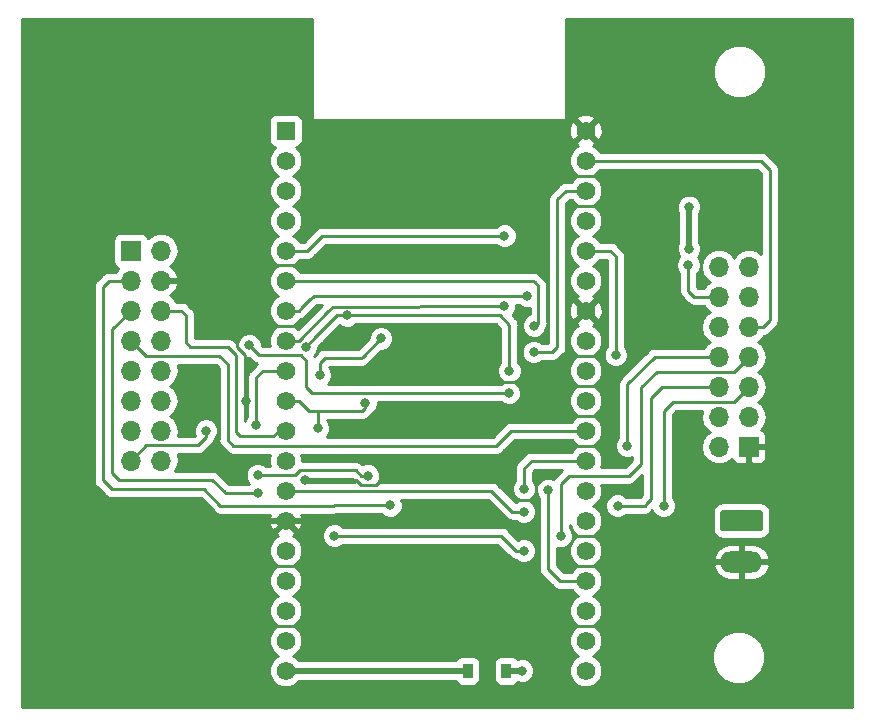
<source format=gbr>
G04 #@! TF.GenerationSoftware,KiCad,Pcbnew,5.0.2-bee76a0~70~ubuntu18.04.1*
G04 #@! TF.CreationDate,2020-08-06T15:01:45+02:00*
G04 #@! TF.ProjectId,panel_led_mod,70616e65-6c5f-46c6-9564-5f6d6f642e6b,rev?*
G04 #@! TF.SameCoordinates,Original*
G04 #@! TF.FileFunction,Copper,L1,Top*
G04 #@! TF.FilePolarity,Positive*
%FSLAX46Y46*%
G04 Gerber Fmt 4.6, Leading zero omitted, Abs format (unit mm)*
G04 Created by KiCad (PCBNEW 5.0.2-bee76a0~70~ubuntu18.04.1) date jue 06 ago 2020 15:01:45 CEST*
%MOMM*%
%LPD*%
G01*
G04 APERTURE LIST*
G04 #@! TA.AperFunction,ComponentPad*
%ADD10R,1.560000X1.560000*%
G04 #@! TD*
G04 #@! TA.AperFunction,ComponentPad*
%ADD11C,1.560000*%
G04 #@! TD*
G04 #@! TA.AperFunction,ComponentPad*
%ADD12R,1.700000X1.700000*%
G04 #@! TD*
G04 #@! TA.AperFunction,ComponentPad*
%ADD13O,1.700000X1.700000*%
G04 #@! TD*
G04 #@! TA.AperFunction,Conductor*
%ADD14C,0.100000*%
G04 #@! TD*
G04 #@! TA.AperFunction,ComponentPad*
%ADD15C,1.800000*%
G04 #@! TD*
G04 #@! TA.AperFunction,ComponentPad*
%ADD16O,3.600000X1.800000*%
G04 #@! TD*
G04 #@! TA.AperFunction,SMDPad,CuDef*
%ADD17R,0.900000X1.200000*%
G04 #@! TD*
G04 #@! TA.AperFunction,ViaPad*
%ADD18C,0.800000*%
G04 #@! TD*
G04 #@! TA.AperFunction,Conductor*
%ADD19C,0.250000*%
G04 #@! TD*
G04 #@! TA.AperFunction,Conductor*
%ADD20C,0.500000*%
G04 #@! TD*
G04 #@! TA.AperFunction,Conductor*
%ADD21C,0.254000*%
G04 #@! TD*
G04 APERTURE END LIST*
D10*
G04 #@! TO.P,U1,1*
G04 #@! TO.N,+3V3*
X136550400Y-75947200D03*
D11*
G04 #@! TO.P,U1,2*
G04 #@! TO.N,N/C*
X136550400Y-78487200D03*
G04 #@! TO.P,U1,19*
G04 #@! TO.N,Net-(D1-Pad1)*
X136550400Y-121667200D03*
G04 #@! TO.P,U1,3*
G04 #@! TO.N,N/C*
X136550400Y-81027200D03*
G04 #@! TO.P,U1,4*
X136550400Y-83567200D03*
G04 #@! TO.P,U1,5*
G04 #@! TO.N,GPIO34*
X136550400Y-86107200D03*
G04 #@! TO.P,U1,6*
G04 #@! TO.N,GPIO25*
X136550400Y-88647200D03*
G04 #@! TO.P,U1,7*
G04 #@! TO.N,GPIO32*
X136550400Y-91187200D03*
G04 #@! TO.P,U1,8*
G04 #@! TO.N,GPIO33*
X136550400Y-93727200D03*
G04 #@! TO.P,U1,9*
G04 #@! TO.N,DE*
X136550400Y-96267200D03*
G04 #@! TO.P,U1,10*
G04 #@! TO.N,LAT*
X136550400Y-98807200D03*
G04 #@! TO.P,U1,11*
G04 #@! TO.N,G2*
X136550400Y-101347200D03*
G04 #@! TO.P,U1,12*
G04 #@! TO.N,GPIO14*
X136550400Y-103887200D03*
G04 #@! TO.P,U1,13*
G04 #@! TO.N,GPIO12*
X136550400Y-106427200D03*
G04 #@! TO.P,U1,14*
G04 #@! TO.N,GND*
X136550400Y-108967200D03*
G04 #@! TO.P,U1,15*
G04 #@! TO.N,GPIO13*
X136550400Y-111507200D03*
G04 #@! TO.P,U1,16*
G04 #@! TO.N,N/C*
X136550400Y-114047200D03*
G04 #@! TO.P,U1,17*
X136550400Y-116587200D03*
G04 #@! TO.P,U1,18*
X136550400Y-119127200D03*
G04 #@! TO.P,U1,20*
G04 #@! TO.N,GND*
X161950400Y-75947200D03*
G04 #@! TO.P,U1,21*
G04 #@! TO.N,GPIO23*
X161950400Y-78487200D03*
G04 #@! TO.P,U1,22*
G04 #@! TO.N,CLK*
X161950400Y-81027200D03*
G04 #@! TO.P,U1,23*
G04 #@! TO.N,TXD*
X161950400Y-83567200D03*
G04 #@! TO.P,U1,24*
G04 #@! TO.N,RXD*
X161950400Y-86107200D03*
G04 #@! TO.P,U1,25*
G04 #@! TO.N,D*
X161950400Y-88647200D03*
G04 #@! TO.P,U1,26*
G04 #@! TO.N,GND*
X161950400Y-91187200D03*
G04 #@! TO.P,U1,27*
G04 #@! TO.N,C*
X161950400Y-93727200D03*
G04 #@! TO.P,U1,28*
G04 #@! TO.N,B*
X161950400Y-96267200D03*
G04 #@! TO.P,U1,29*
G04 #@! TO.N,A*
X161950400Y-98807200D03*
G04 #@! TO.P,U1,30*
G04 #@! TO.N,B2*
X161950400Y-101347200D03*
G04 #@! TO.P,U1,31*
G04 #@! TO.N,R2*
X161950400Y-103887200D03*
G04 #@! TO.P,U1,32*
G04 #@! TO.N,B1*
X161950400Y-106427200D03*
G04 #@! TO.P,U1,33*
G04 #@! TO.N,GPIO0*
X161950400Y-108967200D03*
G04 #@! TO.P,U1,34*
G04 #@! TO.N,R1*
X161950400Y-111507200D03*
G04 #@! TO.P,U1,35*
G04 #@! TO.N,G1*
X161950400Y-114047200D03*
G04 #@! TO.P,U1,36*
G04 #@! TO.N,N/C*
X161950400Y-116587200D03*
G04 #@! TO.P,U1,37*
X161950400Y-119127200D03*
G04 #@! TO.P,U1,38*
X161950400Y-121667200D03*
G04 #@! TD*
D12*
G04 #@! TO.P,J1,1*
G04 #@! TO.N,R1*
X123444000Y-86106000D03*
D13*
G04 #@! TO.P,J1,2*
G04 #@! TO.N,G1*
X125984000Y-86106000D03*
G04 #@! TO.P,J1,3*
G04 #@! TO.N,B1*
X123444000Y-88646000D03*
G04 #@! TO.P,J1,4*
G04 #@! TO.N,GND*
X125984000Y-88646000D03*
G04 #@! TO.P,J1,5*
G04 #@! TO.N,R2*
X123444000Y-91186000D03*
G04 #@! TO.P,J1,6*
G04 #@! TO.N,G2*
X125984000Y-91186000D03*
G04 #@! TO.P,J1,7*
G04 #@! TO.N,B2*
X123444000Y-93726000D03*
G04 #@! TO.P,J1,8*
G04 #@! TO.N,N/C*
X125984000Y-93726000D03*
G04 #@! TO.P,J1,9*
G04 #@! TO.N,A*
X123444000Y-96266000D03*
G04 #@! TO.P,J1,10*
G04 #@! TO.N,N/C*
X125984000Y-96266000D03*
G04 #@! TO.P,J1,11*
G04 #@! TO.N,C*
X123444000Y-98806000D03*
G04 #@! TO.P,J1,12*
G04 #@! TO.N,N/C*
X125984000Y-98806000D03*
G04 #@! TO.P,J1,13*
G04 #@! TO.N,CLK*
X123444000Y-101346000D03*
G04 #@! TO.P,J1,14*
G04 #@! TO.N,N/C*
X125984000Y-101346000D03*
G04 #@! TO.P,J1,15*
G04 #@! TO.N,DE*
X123444000Y-103886000D03*
G04 #@! TO.P,J1,16*
G04 #@! TO.N,N/C*
X125984000Y-103886000D03*
G04 #@! TD*
G04 #@! TO.P,J2,14*
G04 #@! TO.N,+3V3*
X173228000Y-87477600D03*
G04 #@! TO.P,J2,13*
G04 #@! TO.N,GPIO34*
X175768000Y-87477600D03*
G04 #@! TO.P,J2,12*
G04 #@! TO.N,GPIO33*
X173228000Y-90017600D03*
G04 #@! TO.P,J2,11*
G04 #@! TO.N,GPIO32*
X175768000Y-90017600D03*
G04 #@! TO.P,J2,10*
G04 #@! TO.N,GPIO25*
X173228000Y-92557600D03*
G04 #@! TO.P,J2,9*
G04 #@! TO.N,GPIO23*
X175768000Y-92557600D03*
G04 #@! TO.P,J2,8*
G04 #@! TO.N,GPIO14*
X173228000Y-95097600D03*
G04 #@! TO.P,J2,7*
G04 #@! TO.N,GPIO13*
X175768000Y-95097600D03*
G04 #@! TO.P,J2,6*
G04 #@! TO.N,GPIO12*
X173228000Y-97637600D03*
G04 #@! TO.P,J2,5*
G04 #@! TO.N,GPIO0*
X175768000Y-97637600D03*
G04 #@! TO.P,J2,4*
G04 #@! TO.N,RXD*
X173228000Y-100177600D03*
G04 #@! TO.P,J2,3*
G04 #@! TO.N,TXD*
X175768000Y-100177600D03*
G04 #@! TO.P,J2,2*
G04 #@! TO.N,+5V*
X173228000Y-102717600D03*
D12*
G04 #@! TO.P,J2,1*
G04 #@! TO.N,GND*
X175768000Y-102717600D03*
G04 #@! TD*
D14*
G04 #@! TO.N,+5V*
G04 #@! TO.C,J3*
G36*
X176712584Y-108069744D02*
X176736853Y-108073344D01*
X176760651Y-108079305D01*
X176783751Y-108087570D01*
X176805929Y-108098060D01*
X176826973Y-108110673D01*
X176846678Y-108125287D01*
X176864857Y-108141763D01*
X176881333Y-108159942D01*
X176895947Y-108179647D01*
X176908560Y-108200691D01*
X176919050Y-108222869D01*
X176927315Y-108245969D01*
X176933276Y-108269767D01*
X176936876Y-108294036D01*
X176938080Y-108318540D01*
X176938080Y-109618540D01*
X176936876Y-109643044D01*
X176933276Y-109667313D01*
X176927315Y-109691111D01*
X176919050Y-109714211D01*
X176908560Y-109736389D01*
X176895947Y-109757433D01*
X176881333Y-109777138D01*
X176864857Y-109795317D01*
X176846678Y-109811793D01*
X176826973Y-109826407D01*
X176805929Y-109839020D01*
X176783751Y-109849510D01*
X176760651Y-109857775D01*
X176736853Y-109863736D01*
X176712584Y-109867336D01*
X176688080Y-109868540D01*
X173588080Y-109868540D01*
X173563576Y-109867336D01*
X173539307Y-109863736D01*
X173515509Y-109857775D01*
X173492409Y-109849510D01*
X173470231Y-109839020D01*
X173449187Y-109826407D01*
X173429482Y-109811793D01*
X173411303Y-109795317D01*
X173394827Y-109777138D01*
X173380213Y-109757433D01*
X173367600Y-109736389D01*
X173357110Y-109714211D01*
X173348845Y-109691111D01*
X173342884Y-109667313D01*
X173339284Y-109643044D01*
X173338080Y-109618540D01*
X173338080Y-108318540D01*
X173339284Y-108294036D01*
X173342884Y-108269767D01*
X173348845Y-108245969D01*
X173357110Y-108222869D01*
X173367600Y-108200691D01*
X173380213Y-108179647D01*
X173394827Y-108159942D01*
X173411303Y-108141763D01*
X173429482Y-108125287D01*
X173449187Y-108110673D01*
X173470231Y-108098060D01*
X173492409Y-108087570D01*
X173515509Y-108079305D01*
X173539307Y-108073344D01*
X173563576Y-108069744D01*
X173588080Y-108068540D01*
X176688080Y-108068540D01*
X176712584Y-108069744D01*
X176712584Y-108069744D01*
G37*
D15*
G04 #@! TD*
G04 #@! TO.P,J3,1*
G04 #@! TO.N,+5V*
X175138080Y-108968540D03*
D16*
G04 #@! TO.P,J3,2*
G04 #@! TO.N,GND*
X175138080Y-112468540D03*
G04 #@! TD*
D17*
G04 #@! TO.P,D1,1*
G04 #@! TO.N,Net-(D1-Pad1)*
X151941260Y-121691400D03*
G04 #@! TO.P,D1,2*
G04 #@! TO.N,+5V*
X155241260Y-121691400D03*
G04 #@! TD*
D18*
G04 #@! TO.N,GND*
X138196320Y-105519220D03*
X141714220Y-101127560D03*
X139374880Y-86883240D03*
X133197600Y-98877120D03*
X130469640Y-98841560D03*
G04 #@! TO.N,+5V*
X156565600Y-121666000D03*
G04 #@! TO.N,RXD*
X164490400Y-94945200D03*
G04 #@! TO.N,GPIO12*
X164642800Y-107696000D03*
X156718000Y-108204000D03*
G04 #@! TO.N,GPIO13*
X159816800Y-110286800D03*
G04 #@! TO.N,GPIO14*
X165465760Y-102616000D03*
G04 #@! TO.N,GPIO25*
X157581600Y-92456000D03*
G04 #@! TO.N,GPIO32*
X156964380Y-89916000D03*
G04 #@! TO.N,GPIO33*
X170637200Y-87325200D03*
X155039060Y-90835480D03*
G04 #@! TO.N,GPIO34*
X155067000Y-84846160D03*
G04 #@! TO.N,+3V3*
X170688000Y-85953600D03*
X170688000Y-82397600D03*
G04 #@! TO.N,GPIO0*
X168554400Y-107696000D03*
G04 #@! TO.N,R1*
X140665200Y-110236000D03*
X156718000Y-111506000D03*
G04 #@! TO.N,G1*
X158750000Y-106375200D03*
X143522700Y-105156000D03*
X134180580Y-105128060D03*
G04 #@! TO.N,B1*
X145402300Y-107685840D03*
G04 #@! TO.N,R2*
X156718000Y-106273600D03*
X134167880Y-106603800D03*
G04 #@! TO.N,B*
X138242040Y-94256860D03*
X141772640Y-91597480D03*
X155486100Y-96291400D03*
G04 #@! TO.N,A*
X133469380Y-94137480D03*
X155463240Y-98173540D03*
G04 #@! TO.N,D*
X144612360Y-93538040D03*
X139410440Y-96636840D03*
G04 #@! TO.N,LAT*
X143291560Y-98978720D03*
X139252960Y-101158040D03*
G04 #@! TO.N,CLK*
X157553660Y-94696280D03*
G04 #@! TO.N,DE*
X134061200Y-100838000D03*
X129796540Y-101340920D03*
G04 #@! TD*
D19*
G04 #@! TO.N,GND*
X160675320Y-110815120D02*
X160774380Y-110716060D01*
X162610800Y-112776000D02*
X161137600Y-112776000D01*
X155448000Y-106121200D02*
X155448000Y-106426000D01*
X155448000Y-106426000D02*
X156260800Y-107238800D01*
X156260800Y-107238800D02*
X157175200Y-107238800D01*
X157734000Y-106527600D02*
X157734000Y-105511600D01*
X162661600Y-117856000D02*
X161239200Y-117856000D01*
X135839200Y-112776000D02*
X137261600Y-112776000D01*
X162661600Y-94996000D02*
X161290000Y-94996000D01*
X135788400Y-92456000D02*
X137617200Y-92456000D01*
X162814000Y-100076000D02*
X161188400Y-100076000D01*
X162610800Y-97536000D02*
X161086800Y-97536000D01*
X161137600Y-79756000D02*
X162864800Y-79756000D01*
X162560000Y-102616000D02*
X161239200Y-102616000D01*
X137147300Y-117856000D02*
X135940800Y-117856000D01*
X162610800Y-82296000D02*
X161239200Y-82296000D01*
D20*
X136550400Y-108967200D02*
X135078400Y-108967200D01*
D19*
X137653486Y-108967200D02*
X137654686Y-108966000D01*
D20*
X136550400Y-108967200D02*
X137653486Y-108967200D01*
X137654686Y-108966000D02*
X138023600Y-108966000D01*
D19*
X161290000Y-110236000D02*
X161239200Y-110236000D01*
X162661600Y-110236000D02*
X161290000Y-110236000D01*
X161290000Y-110236000D02*
X161137600Y-110236000D01*
X138196320Y-105519220D02*
X142491460Y-105519220D01*
X142491460Y-105519220D02*
X142890240Y-105918000D01*
X142890240Y-105918000D02*
X144233900Y-105918000D01*
X144233900Y-105918000D02*
X144528540Y-105623360D01*
X137261600Y-87365840D02*
X135890000Y-87365840D01*
X132450840Y-94259400D02*
X132450840Y-93949520D01*
X133090920Y-95097600D02*
X133085840Y-94935040D01*
X133085840Y-94935040D02*
X132450840Y-94259400D01*
X156245560Y-97241360D02*
X154873960Y-97241360D01*
D20*
G04 #@! TO.N,+5V*
X156565600Y-121666000D02*
X155242800Y-121666000D01*
D19*
G04 #@! TO.N,RXD*
X164490400Y-94945200D02*
X164490400Y-86563200D01*
X164034400Y-86107200D02*
X162763200Y-86107200D01*
X164490400Y-86563200D02*
X164034400Y-86107200D01*
X162763200Y-86107200D02*
X161950400Y-86107200D01*
G04 #@! TO.N,GPIO12*
X173228000Y-97637600D02*
X172025919Y-97637600D01*
X172025919Y-97637600D02*
X168402000Y-97637600D01*
X168402000Y-97637600D02*
X167487600Y-98552000D01*
X167487600Y-98552000D02*
X167487600Y-105105200D01*
X137653486Y-106427200D02*
X137654686Y-106426000D01*
X136550400Y-106427200D02*
X137653486Y-106427200D01*
X167487600Y-105105200D02*
X167487600Y-105918000D01*
X167487600Y-105918000D02*
X167487600Y-107137200D01*
X149148800Y-106426000D02*
X148844000Y-106426000D01*
X137654686Y-106426000D02*
X148844000Y-106426000D01*
X166928800Y-107696000D02*
X167132000Y-107492800D01*
X164642800Y-107696000D02*
X166928800Y-107696000D01*
X167487600Y-107137200D02*
X167132000Y-107492800D01*
X167132000Y-107492800D02*
X167030400Y-107594400D01*
X153670000Y-106426000D02*
X148844000Y-106426000D01*
X153967915Y-106426000D02*
X153670000Y-106426000D01*
X155745915Y-108204000D02*
X153967915Y-106426000D01*
X156718000Y-108204000D02*
X155745915Y-108204000D01*
G04 #@! TO.N,GPIO13*
X174498000Y-96367600D02*
X175768000Y-95097600D01*
X167944800Y-96367600D02*
X174498000Y-96367600D01*
X166624000Y-104140000D02*
X166624000Y-97688400D01*
X159816800Y-110286800D02*
X159816800Y-105867200D01*
X166624000Y-97688400D02*
X167944800Y-96367600D01*
X159816800Y-105867200D02*
X160528000Y-105156000D01*
X160528000Y-105156000D02*
X165608000Y-105156000D01*
X165608000Y-105156000D02*
X166624000Y-104140000D01*
G04 #@! TO.N,GPIO14*
X165455600Y-97434400D02*
X167792400Y-95097600D01*
X173228000Y-95097600D02*
X167792400Y-95097600D01*
X165465760Y-97444560D02*
X165465760Y-102616000D01*
X165455600Y-97434400D02*
X165465760Y-97444560D01*
G04 #@! TO.N,GPIO23*
X176785200Y-78487200D02*
X161950400Y-78487200D01*
X177546000Y-91981681D02*
X177546000Y-79248000D01*
X176970081Y-92557600D02*
X177546000Y-91981681D01*
X175768000Y-92557600D02*
X176970081Y-92557600D01*
X177546000Y-79248000D02*
X176785200Y-78487200D01*
G04 #@! TO.N,GPIO25*
X136550400Y-88647200D02*
X157459680Y-88647200D01*
X157942280Y-89129800D02*
X157615960Y-88803480D01*
X157615960Y-88803480D02*
X157459680Y-88647200D01*
X157615960Y-88803480D02*
X157951119Y-89138639D01*
X157581600Y-92456000D02*
X157713680Y-92456000D01*
X157951119Y-92218561D02*
X157951119Y-91887040D01*
X157713680Y-92456000D02*
X157951119Y-92218561D01*
X157951119Y-89138639D02*
X157951119Y-91887040D01*
X157951119Y-91887040D02*
X157951119Y-92071241D01*
G04 #@! TO.N,GPIO32*
X137653486Y-91187200D02*
X136550400Y-91187200D01*
X138924686Y-89916000D02*
X137922000Y-90918686D01*
X138619886Y-90220800D02*
X137922000Y-90918686D01*
X137922000Y-90918686D02*
X137653486Y-91187200D01*
X138924686Y-89916000D02*
X157081220Y-89916000D01*
X157081220Y-89916000D02*
X156964380Y-89916000D01*
G04 #@! TO.N,GPIO33*
X170637200Y-89509600D02*
X170637200Y-87325200D01*
X173228000Y-90017600D02*
X171145200Y-90017600D01*
X171145200Y-90017600D02*
X170637200Y-89509600D01*
X140550900Y-90843100D02*
X155039060Y-90835480D01*
X140147040Y-91246960D02*
X140550900Y-90843100D01*
X140133726Y-91246960D02*
X140147040Y-91246960D01*
X136550400Y-93727200D02*
X137653486Y-93727200D01*
X137653486Y-93727200D02*
X140133726Y-91246960D01*
G04 #@! TO.N,GPIO34*
X155067000Y-84846160D02*
X139644120Y-84846160D01*
X138383080Y-86107200D02*
X136550400Y-86107200D01*
X139644120Y-84846160D02*
X138383080Y-86107200D01*
D20*
G04 #@! TO.N,+3V3*
X170688000Y-82397600D02*
X170688000Y-85953600D01*
D19*
G04 #@! TO.N,GPIO0*
X168554400Y-99669600D02*
X169316400Y-98907600D01*
X168554400Y-107696000D02*
X168554400Y-99669600D01*
X174480220Y-98925380D02*
X169298620Y-98925380D01*
X169298620Y-98925380D02*
X169156380Y-99067620D01*
X175768000Y-97637600D02*
X174480220Y-98925380D01*
X169316400Y-98907600D02*
X169156380Y-99067620D01*
X169156380Y-99067620D02*
X168808400Y-99415600D01*
G04 #@! TO.N,Net-(D1-Pad1)*
X136551600Y-121666000D02*
X136550400Y-121667200D01*
D20*
X151942800Y-121666000D02*
X136551600Y-121666000D01*
D19*
G04 #@! TO.N,R1*
X154780715Y-110236000D02*
X154432000Y-110236000D01*
X156050715Y-111506000D02*
X154780715Y-110236000D01*
X140665200Y-110236000D02*
X154432000Y-110236000D01*
X156050715Y-111506000D02*
X156718000Y-111506000D01*
G04 #@! TO.N,G1*
X160847314Y-114047200D02*
X160846114Y-114046000D01*
X161950400Y-114047200D02*
X160847314Y-114047200D01*
X160846114Y-114046000D02*
X159766000Y-114046000D01*
X159766000Y-114046000D02*
X158750000Y-113030000D01*
X158750000Y-113030000D02*
X158750000Y-106375200D01*
X142957015Y-105156000D02*
X143522700Y-105156000D01*
X142489655Y-104688640D02*
X142957015Y-105156000D01*
X137345420Y-105128060D02*
X137784840Y-104688640D01*
X135161020Y-105128060D02*
X137345420Y-105128060D01*
X137784840Y-104688640D02*
X142489655Y-104688640D01*
X135161020Y-105128060D02*
X134180580Y-105128060D01*
G04 #@! TO.N,B1*
X121564400Y-88646000D02*
X123444000Y-88646000D01*
X121056400Y-89154000D02*
X121564400Y-88646000D01*
X121056400Y-105562400D02*
X121056400Y-89154000D01*
X145402300Y-107685840D02*
X140624560Y-107685840D01*
X140614400Y-107696000D02*
X131025900Y-107696000D01*
X121818400Y-106324400D02*
X121056400Y-105562400D01*
X140624560Y-107685840D02*
X140614400Y-107696000D01*
X131025900Y-107696000D02*
X129654300Y-106324400D01*
X129654300Y-106324400D02*
X121818400Y-106324400D01*
G04 #@! TO.N,R2*
X160847314Y-103887200D02*
X161950400Y-103887200D01*
X160846114Y-103886000D02*
X160847314Y-103887200D01*
X157378400Y-103886000D02*
X160846114Y-103886000D01*
X156718000Y-104546400D02*
X157378400Y-103886000D01*
X156718000Y-106273600D02*
X156718000Y-104546400D01*
X121881900Y-92748100D02*
X123444000Y-91186000D01*
X121881900Y-104962960D02*
X121881900Y-92748100D01*
X122420380Y-105501440D02*
X121881900Y-104962960D01*
X130307080Y-105501440D02*
X122420380Y-105501440D01*
X131409440Y-106603800D02*
X131378960Y-106573320D01*
X134167880Y-106603800D02*
X131409440Y-106603800D01*
X131378960Y-106573320D02*
X130307080Y-105501440D01*
G04 #@! TO.N,G2*
X127711200Y-91186000D02*
X125984000Y-91186000D01*
X128066800Y-93878400D02*
X128066800Y-91541600D01*
X128066800Y-91541600D02*
X127711200Y-91186000D01*
X128473200Y-94284800D02*
X128066800Y-93878400D01*
X131673600Y-94284800D02*
X128473200Y-94284800D01*
X136550400Y-101347200D02*
X135990400Y-101347200D01*
X135990400Y-101347200D02*
X135509000Y-101828600D01*
X135509000Y-101828600D02*
X132674360Y-101828600D01*
X132674360Y-101828600D02*
X132318760Y-101473000D01*
X132318760Y-101473000D02*
X132318760Y-94929960D01*
X132318760Y-94929960D02*
X131673600Y-94284800D01*
G04 #@! TO.N,B2*
X161950400Y-101347200D02*
X160847314Y-101347200D01*
X160847314Y-101347200D02*
X160846114Y-101346000D01*
X160846114Y-101346000D02*
X155651200Y-101346000D01*
X155651200Y-101346000D02*
X155244800Y-101752400D01*
X154381200Y-102616000D02*
X155651200Y-101346000D01*
X130921760Y-94996000D02*
X131622800Y-95697040D01*
X124714000Y-94996000D02*
X130921760Y-94996000D01*
X123444000Y-93726000D02*
X124714000Y-94996000D01*
X131622800Y-95697040D02*
X131622800Y-102113080D01*
X131622800Y-102113080D02*
X132125720Y-102616000D01*
X132125720Y-102616000D02*
X154381200Y-102616000D01*
G04 #@! TO.N,B*
X140906500Y-91597480D02*
X139151360Y-93352620D01*
X141772640Y-91597480D02*
X140906500Y-91597480D01*
X141772640Y-91597480D02*
X151511000Y-91597480D01*
X151511000Y-91597480D02*
X154696160Y-91597480D01*
X154696160Y-91597480D02*
X155486100Y-92387420D01*
X155486100Y-92387420D02*
X155486100Y-96291400D01*
X139146280Y-93352620D02*
X138242040Y-94256860D01*
X139151360Y-93352620D02*
X139146280Y-93352620D01*
G04 #@! TO.N,A*
X134256780Y-94924880D02*
X133469380Y-94137480D01*
X137805160Y-94924880D02*
X134256780Y-94924880D01*
X138813540Y-98173540D02*
X138308080Y-97668080D01*
X138308080Y-97668080D02*
X138308080Y-95427800D01*
X138308080Y-95427800D02*
X137805160Y-94924880D01*
X155463240Y-98173540D02*
X138813540Y-98173540D01*
G04 #@! TO.N,D*
X144612360Y-93538040D02*
X144212361Y-93938039D01*
X142956280Y-95194120D02*
X143073120Y-95077280D01*
X139857480Y-95194120D02*
X142956280Y-95194120D01*
X143073120Y-95077280D02*
X144612360Y-93538040D01*
X139410440Y-96636840D02*
X139410440Y-95641160D01*
X139410440Y-95641160D02*
X139857480Y-95194120D01*
G04 #@! TO.N,LAT*
X136550400Y-98807200D02*
X137653486Y-98807200D01*
X139258040Y-101203760D02*
X139258040Y-100411754D01*
X137653486Y-98807200D02*
X137767060Y-98920774D01*
X137767060Y-98920774D02*
X138513346Y-99667060D01*
X139258040Y-99674680D02*
X139250420Y-99667060D01*
X139258040Y-100411754D02*
X139258040Y-99674680D01*
X139250420Y-99667060D02*
X138513346Y-99667060D01*
X143286480Y-98983800D02*
X143291560Y-98978720D01*
X143286480Y-99400360D02*
X143286480Y-98983800D01*
X139250420Y-99667060D02*
X143019780Y-99667060D01*
X143019780Y-99667060D02*
X143286480Y-99400360D01*
G04 #@! TO.N,CLK*
X159537400Y-92989400D02*
X159537400Y-81762600D01*
X159537400Y-93243400D02*
X159537400Y-93319600D01*
X159537400Y-92989400D02*
X159537400Y-93243400D01*
X159537400Y-93243400D02*
X159537400Y-93522800D01*
X160272800Y-81027200D02*
X159537400Y-81762600D01*
X161950400Y-81027200D02*
X160272800Y-81027200D01*
X158521400Y-94691200D02*
X158516320Y-94696280D01*
X159131000Y-94691200D02*
X158521400Y-94691200D01*
X158516320Y-94696280D02*
X157553660Y-94696280D01*
X159537400Y-92989400D02*
X159537400Y-94284800D01*
X159537400Y-94284800D02*
X159131000Y-94691200D01*
G04 #@! TO.N,DE*
X134618800Y-96267200D02*
X136550400Y-96267200D01*
X134061200Y-96824800D02*
X134618800Y-96267200D01*
X134061200Y-100838000D02*
X134061200Y-96824800D01*
X124736860Y-102593140D02*
X123444000Y-103886000D01*
X129110005Y-102593140D02*
X129098040Y-102593140D01*
X129796540Y-101906605D02*
X129110005Y-102593140D01*
X129796540Y-101340920D02*
X129796540Y-101906605D01*
X129098040Y-102593140D02*
X124736860Y-102593140D01*
G04 #@! TD*
D21*
G04 #@! TO.N,GND*
G36*
X138811000Y-74930000D02*
X138820667Y-74978601D01*
X138848197Y-75019803D01*
X138889399Y-75047333D01*
X138938182Y-75057000D01*
X160164962Y-75026520D01*
X160213549Y-75016783D01*
X160254711Y-74989194D01*
X160278190Y-74953945D01*
X161136750Y-74953945D01*
X161950400Y-75767595D01*
X162764050Y-74953945D01*
X162692372Y-74709897D01*
X162162397Y-74520140D01*
X161600148Y-74547641D01*
X161208428Y-74709897D01*
X161136750Y-74953945D01*
X160278190Y-74953945D01*
X160282182Y-74947952D01*
X160291780Y-74899520D01*
X160291780Y-70505251D01*
X172725280Y-70505251D01*
X172725280Y-71394389D01*
X173065539Y-72215846D01*
X173694254Y-72844561D01*
X174515711Y-73184820D01*
X175404849Y-73184820D01*
X176226306Y-72844561D01*
X176855021Y-72215846D01*
X177195280Y-71394389D01*
X177195280Y-70505251D01*
X176855021Y-69683794D01*
X176226306Y-69055079D01*
X175404849Y-68714820D01*
X174515711Y-68714820D01*
X173694254Y-69055079D01*
X173065539Y-69683794D01*
X172725280Y-70505251D01*
X160291780Y-70505251D01*
X160291780Y-66496000D01*
X184456000Y-66496000D01*
X184456001Y-124766000D01*
X114248000Y-124766000D01*
X114248000Y-111225739D01*
X135135400Y-111225739D01*
X135135400Y-111788661D01*
X135350821Y-112308733D01*
X135748867Y-112706779D01*
X135918878Y-112777200D01*
X135748867Y-112847621D01*
X135350821Y-113245667D01*
X135135400Y-113765739D01*
X135135400Y-114328661D01*
X135350821Y-114848733D01*
X135748867Y-115246779D01*
X135918878Y-115317200D01*
X135748867Y-115387621D01*
X135350821Y-115785667D01*
X135135400Y-116305739D01*
X135135400Y-116868661D01*
X135350821Y-117388733D01*
X135748867Y-117786779D01*
X135918878Y-117857200D01*
X135748867Y-117927621D01*
X135350821Y-118325667D01*
X135135400Y-118845739D01*
X135135400Y-119408661D01*
X135350821Y-119928733D01*
X135748867Y-120326779D01*
X135918878Y-120397200D01*
X135748867Y-120467621D01*
X135350821Y-120865667D01*
X135135400Y-121385739D01*
X135135400Y-121948661D01*
X135350821Y-122468733D01*
X135748867Y-122866779D01*
X136268939Y-123082200D01*
X136831861Y-123082200D01*
X137351933Y-122866779D01*
X137667712Y-122551000D01*
X150901011Y-122551000D01*
X151033451Y-122749209D01*
X151243495Y-122889557D01*
X151491260Y-122938840D01*
X152391260Y-122938840D01*
X152639025Y-122889557D01*
X152849069Y-122749209D01*
X152989417Y-122539165D01*
X153038700Y-122291400D01*
X153038700Y-121091400D01*
X154143820Y-121091400D01*
X154143820Y-122291400D01*
X154193103Y-122539165D01*
X154333451Y-122749209D01*
X154543495Y-122889557D01*
X154791260Y-122938840D01*
X155691260Y-122938840D01*
X155939025Y-122889557D01*
X156149069Y-122749209D01*
X156219964Y-122643109D01*
X156359726Y-122701000D01*
X156771474Y-122701000D01*
X157151880Y-122543431D01*
X157443031Y-122252280D01*
X157600600Y-121871874D01*
X157600600Y-121460126D01*
X157443031Y-121079720D01*
X157151880Y-120788569D01*
X156771474Y-120631000D01*
X156359726Y-120631000D01*
X156193378Y-120699903D01*
X156149069Y-120633591D01*
X155939025Y-120493243D01*
X155691260Y-120443960D01*
X154791260Y-120443960D01*
X154543495Y-120493243D01*
X154333451Y-120633591D01*
X154193103Y-120843635D01*
X154143820Y-121091400D01*
X153038700Y-121091400D01*
X152989417Y-120843635D01*
X152849069Y-120633591D01*
X152639025Y-120493243D01*
X152391260Y-120443960D01*
X151491260Y-120443960D01*
X151243495Y-120493243D01*
X151033451Y-120633591D01*
X150934955Y-120781000D01*
X137665312Y-120781000D01*
X137351933Y-120467621D01*
X137181922Y-120397200D01*
X137351933Y-120326779D01*
X137749979Y-119928733D01*
X137965400Y-119408661D01*
X137965400Y-118845739D01*
X137749979Y-118325667D01*
X137351933Y-117927621D01*
X137181922Y-117857200D01*
X137351933Y-117786779D01*
X137749979Y-117388733D01*
X137965400Y-116868661D01*
X137965400Y-116305739D01*
X137749979Y-115785667D01*
X137351933Y-115387621D01*
X137181922Y-115317200D01*
X137351933Y-115246779D01*
X137749979Y-114848733D01*
X137965400Y-114328661D01*
X137965400Y-113765739D01*
X137749979Y-113245667D01*
X137351933Y-112847621D01*
X137181922Y-112777200D01*
X137351933Y-112706779D01*
X137749979Y-112308733D01*
X137965400Y-111788661D01*
X137965400Y-111225739D01*
X137749979Y-110705667D01*
X137351933Y-110307621D01*
X137197678Y-110243727D01*
X137292372Y-110204503D01*
X137343587Y-110030126D01*
X139630200Y-110030126D01*
X139630200Y-110441874D01*
X139787769Y-110822280D01*
X140078920Y-111113431D01*
X140459326Y-111271000D01*
X140871074Y-111271000D01*
X141251480Y-111113431D01*
X141368911Y-110996000D01*
X154465914Y-110996000D01*
X155460386Y-111990473D01*
X155502786Y-112053929D01*
X155754178Y-112221904D01*
X155975863Y-112266000D01*
X155975867Y-112266000D01*
X156023829Y-112275540D01*
X156131720Y-112383431D01*
X156512126Y-112541000D01*
X156923874Y-112541000D01*
X157304280Y-112383431D01*
X157595431Y-112092280D01*
X157753000Y-111711874D01*
X157753000Y-111300126D01*
X157595431Y-110919720D01*
X157304280Y-110628569D01*
X156923874Y-110471000D01*
X156512126Y-110471000D01*
X156214003Y-110594486D01*
X155371046Y-109751530D01*
X155328644Y-109688071D01*
X155077252Y-109520096D01*
X154855567Y-109476000D01*
X154855562Y-109476000D01*
X154780715Y-109461112D01*
X154705868Y-109476000D01*
X141368911Y-109476000D01*
X141251480Y-109358569D01*
X140871074Y-109201000D01*
X140459326Y-109201000D01*
X140078920Y-109358569D01*
X139787769Y-109649720D01*
X139630200Y-110030126D01*
X137343587Y-110030126D01*
X137364050Y-109960455D01*
X136550400Y-109146805D01*
X135736750Y-109960455D01*
X135808428Y-110204503D01*
X135910009Y-110240874D01*
X135748867Y-110307621D01*
X135350821Y-110705667D01*
X135135400Y-111225739D01*
X114248000Y-111225739D01*
X114248000Y-89154000D01*
X120281512Y-89154000D01*
X120296401Y-89228852D01*
X120296400Y-105487553D01*
X120281512Y-105562400D01*
X120296400Y-105637247D01*
X120296400Y-105637251D01*
X120340496Y-105858936D01*
X120508471Y-106110329D01*
X120571930Y-106152731D01*
X121228070Y-106808872D01*
X121270471Y-106872329D01*
X121333927Y-106914729D01*
X121521862Y-107040304D01*
X121563012Y-107048489D01*
X121743548Y-107084400D01*
X121743552Y-107084400D01*
X121818400Y-107099288D01*
X121893248Y-107084400D01*
X129339499Y-107084400D01*
X130435573Y-108180476D01*
X130477971Y-108243929D01*
X130541424Y-108286327D01*
X130541426Y-108286329D01*
X130665584Y-108369288D01*
X130729363Y-108411904D01*
X130951048Y-108456000D01*
X130951052Y-108456000D01*
X131025899Y-108470888D01*
X131100746Y-108456000D01*
X135230469Y-108456000D01*
X135123340Y-108755203D01*
X135150841Y-109317452D01*
X135313097Y-109709172D01*
X135557145Y-109780850D01*
X136370795Y-108967200D01*
X136356653Y-108953058D01*
X136536258Y-108773453D01*
X136550400Y-108787595D01*
X136564543Y-108773453D01*
X136744148Y-108953058D01*
X136730005Y-108967200D01*
X137543655Y-109780850D01*
X137787703Y-109709172D01*
X137977460Y-109179197D01*
X137949959Y-108616948D01*
X137883292Y-108456000D01*
X140539553Y-108456000D01*
X140614400Y-108470888D01*
X140689247Y-108456000D01*
X140689252Y-108456000D01*
X140740330Y-108445840D01*
X144698589Y-108445840D01*
X144816020Y-108563271D01*
X145196426Y-108720840D01*
X145608174Y-108720840D01*
X145988580Y-108563271D01*
X146279731Y-108272120D01*
X146437300Y-107891714D01*
X146437300Y-107479966D01*
X146315536Y-107186000D01*
X153653114Y-107186000D01*
X155155586Y-108688473D01*
X155197986Y-108751929D01*
X155261442Y-108794329D01*
X155449377Y-108919904D01*
X155497520Y-108929480D01*
X155671063Y-108964000D01*
X155671067Y-108964000D01*
X155745915Y-108978888D01*
X155820763Y-108964000D01*
X156014289Y-108964000D01*
X156131720Y-109081431D01*
X156512126Y-109239000D01*
X156923874Y-109239000D01*
X157304280Y-109081431D01*
X157595431Y-108790280D01*
X157753000Y-108409874D01*
X157753000Y-107998126D01*
X157595431Y-107617720D01*
X157304280Y-107326569D01*
X157092386Y-107238800D01*
X157304280Y-107151031D01*
X157595431Y-106859880D01*
X157715000Y-106571214D01*
X157715000Y-106581074D01*
X157872569Y-106961480D01*
X157990001Y-107078912D01*
X157990000Y-112955153D01*
X157975112Y-113030000D01*
X157990000Y-113104847D01*
X157990000Y-113104851D01*
X158034096Y-113326536D01*
X158202071Y-113577929D01*
X158265530Y-113620331D01*
X159175670Y-114530472D01*
X159218071Y-114593929D01*
X159469463Y-114761904D01*
X159691148Y-114806000D01*
X159691153Y-114806000D01*
X159766000Y-114820888D01*
X159840847Y-114806000D01*
X160733120Y-114806000D01*
X160750821Y-114848733D01*
X161148867Y-115246779D01*
X161318878Y-115317200D01*
X161148867Y-115387621D01*
X160750821Y-115785667D01*
X160535400Y-116305739D01*
X160535400Y-116868661D01*
X160750821Y-117388733D01*
X161148867Y-117786779D01*
X161318878Y-117857200D01*
X161148867Y-117927621D01*
X160750821Y-118325667D01*
X160535400Y-118845739D01*
X160535400Y-119408661D01*
X160750821Y-119928733D01*
X161148867Y-120326779D01*
X161318878Y-120397200D01*
X161148867Y-120467621D01*
X160750821Y-120865667D01*
X160535400Y-121385739D01*
X160535400Y-121948661D01*
X160750821Y-122468733D01*
X161148867Y-122866779D01*
X161668939Y-123082200D01*
X162231861Y-123082200D01*
X162751933Y-122866779D01*
X163149979Y-122468733D01*
X163365400Y-121948661D01*
X163365400Y-121385739D01*
X163149979Y-120865667D01*
X162751933Y-120467621D01*
X162581922Y-120397200D01*
X162751933Y-120326779D01*
X162995201Y-120083511D01*
X172631300Y-120083511D01*
X172631300Y-120972649D01*
X172971559Y-121794106D01*
X173600274Y-122422821D01*
X174421731Y-122763080D01*
X175310869Y-122763080D01*
X176132326Y-122422821D01*
X176761041Y-121794106D01*
X177101300Y-120972649D01*
X177101300Y-120083511D01*
X176761041Y-119262054D01*
X176132326Y-118633339D01*
X175310869Y-118293080D01*
X174421731Y-118293080D01*
X173600274Y-118633339D01*
X172971559Y-119262054D01*
X172631300Y-120083511D01*
X162995201Y-120083511D01*
X163149979Y-119928733D01*
X163365400Y-119408661D01*
X163365400Y-118845739D01*
X163149979Y-118325667D01*
X162751933Y-117927621D01*
X162581922Y-117857200D01*
X162751933Y-117786779D01*
X163149979Y-117388733D01*
X163365400Y-116868661D01*
X163365400Y-116305739D01*
X163149979Y-115785667D01*
X162751933Y-115387621D01*
X162581922Y-115317200D01*
X162751933Y-115246779D01*
X163149979Y-114848733D01*
X163365400Y-114328661D01*
X163365400Y-113765739D01*
X163149979Y-113245667D01*
X162751933Y-112847621D01*
X162717311Y-112833280D01*
X172747044Y-112833280D01*
X172771324Y-112938626D01*
X173062868Y-113464146D01*
X173533328Y-113838094D01*
X174111080Y-114003540D01*
X175011080Y-114003540D01*
X175011080Y-112595540D01*
X175265080Y-112595540D01*
X175265080Y-114003540D01*
X176165080Y-114003540D01*
X176742832Y-113838094D01*
X177213292Y-113464146D01*
X177504836Y-112938626D01*
X177529116Y-112833280D01*
X177408458Y-112595540D01*
X175265080Y-112595540D01*
X175011080Y-112595540D01*
X172867702Y-112595540D01*
X172747044Y-112833280D01*
X162717311Y-112833280D01*
X162581922Y-112777200D01*
X162751933Y-112706779D01*
X163149979Y-112308733D01*
X163234865Y-112103800D01*
X172747044Y-112103800D01*
X172867702Y-112341540D01*
X175011080Y-112341540D01*
X175011080Y-110933540D01*
X175265080Y-110933540D01*
X175265080Y-112341540D01*
X177408458Y-112341540D01*
X177529116Y-112103800D01*
X177504836Y-111998454D01*
X177213292Y-111472934D01*
X176742832Y-111098986D01*
X176165080Y-110933540D01*
X175265080Y-110933540D01*
X175011080Y-110933540D01*
X174111080Y-110933540D01*
X173533328Y-111098986D01*
X173062868Y-111472934D01*
X172771324Y-111998454D01*
X172747044Y-112103800D01*
X163234865Y-112103800D01*
X163365400Y-111788661D01*
X163365400Y-111225739D01*
X163149979Y-110705667D01*
X162751933Y-110307621D01*
X162581922Y-110237200D01*
X162751933Y-110166779D01*
X163149979Y-109768733D01*
X163365400Y-109248661D01*
X163365400Y-108685739D01*
X163149979Y-108165667D01*
X162751933Y-107767621D01*
X162581922Y-107697200D01*
X162751933Y-107626779D01*
X163149979Y-107228733D01*
X163365400Y-106708661D01*
X163365400Y-106145739D01*
X163270239Y-105916000D01*
X165533153Y-105916000D01*
X165608000Y-105930888D01*
X165682847Y-105916000D01*
X165682852Y-105916000D01*
X165904537Y-105871904D01*
X166155929Y-105703929D01*
X166198331Y-105640470D01*
X166727600Y-105111202D01*
X166727600Y-105843149D01*
X166727601Y-106822398D01*
X166647527Y-106902471D01*
X166647528Y-106902471D01*
X166613999Y-106936000D01*
X165346511Y-106936000D01*
X165229080Y-106818569D01*
X164848674Y-106661000D01*
X164436926Y-106661000D01*
X164056520Y-106818569D01*
X163765369Y-107109720D01*
X163607800Y-107490126D01*
X163607800Y-107901874D01*
X163765369Y-108282280D01*
X164056520Y-108573431D01*
X164436926Y-108731000D01*
X164848674Y-108731000D01*
X165229080Y-108573431D01*
X165346511Y-108456000D01*
X166853953Y-108456000D01*
X166928800Y-108470888D01*
X167003647Y-108456000D01*
X167003652Y-108456000D01*
X167225337Y-108411904D01*
X167476729Y-108243929D01*
X167519131Y-108180470D01*
X167600920Y-108098681D01*
X167676969Y-108282280D01*
X167968120Y-108573431D01*
X168348526Y-108731000D01*
X168760274Y-108731000D01*
X169140680Y-108573431D01*
X169395571Y-108318540D01*
X172690640Y-108318540D01*
X172690640Y-109618540D01*
X172758954Y-109961975D01*
X172953494Y-110253126D01*
X173244645Y-110447666D01*
X173588080Y-110515980D01*
X176688080Y-110515980D01*
X177031515Y-110447666D01*
X177322666Y-110253126D01*
X177517206Y-109961975D01*
X177585520Y-109618540D01*
X177585520Y-108318540D01*
X177517206Y-107975105D01*
X177322666Y-107683954D01*
X177031515Y-107489414D01*
X176688080Y-107421100D01*
X173588080Y-107421100D01*
X173244645Y-107489414D01*
X172953494Y-107683954D01*
X172758954Y-107975105D01*
X172690640Y-108318540D01*
X169395571Y-108318540D01*
X169431831Y-108282280D01*
X169589400Y-107901874D01*
X169589400Y-107490126D01*
X169431831Y-107109720D01*
X169314400Y-106992289D01*
X169314400Y-99984401D01*
X169613422Y-99685380D01*
X171811816Y-99685380D01*
X171713908Y-100177600D01*
X171829161Y-100757018D01*
X172157375Y-101248225D01*
X172455761Y-101447600D01*
X172157375Y-101646975D01*
X171829161Y-102138182D01*
X171713908Y-102717600D01*
X171829161Y-103297018D01*
X172157375Y-103788225D01*
X172648582Y-104116439D01*
X173081744Y-104202600D01*
X173374256Y-104202600D01*
X173807418Y-104116439D01*
X174298625Y-103788225D01*
X174313096Y-103766568D01*
X174379673Y-103927299D01*
X174558302Y-104105927D01*
X174791691Y-104202600D01*
X175482250Y-104202600D01*
X175641000Y-104043850D01*
X175641000Y-102844600D01*
X175895000Y-102844600D01*
X175895000Y-104043850D01*
X176053750Y-104202600D01*
X176744309Y-104202600D01*
X176977698Y-104105927D01*
X177156327Y-103927299D01*
X177253000Y-103693910D01*
X177253000Y-103003350D01*
X177094250Y-102844600D01*
X175895000Y-102844600D01*
X175641000Y-102844600D01*
X175621000Y-102844600D01*
X175621000Y-102590600D01*
X175641000Y-102590600D01*
X175641000Y-102570600D01*
X175895000Y-102570600D01*
X175895000Y-102590600D01*
X177094250Y-102590600D01*
X177253000Y-102431850D01*
X177253000Y-101741290D01*
X177156327Y-101507901D01*
X176977698Y-101329273D01*
X176816967Y-101262696D01*
X176838625Y-101248225D01*
X177166839Y-100757018D01*
X177282092Y-100177600D01*
X177166839Y-99598182D01*
X176838625Y-99106975D01*
X176540239Y-98907600D01*
X176838625Y-98708225D01*
X177166839Y-98217018D01*
X177282092Y-97637600D01*
X177166839Y-97058182D01*
X176838625Y-96566975D01*
X176540239Y-96367600D01*
X176838625Y-96168225D01*
X177166839Y-95677018D01*
X177282092Y-95097600D01*
X177166839Y-94518182D01*
X176838625Y-94026975D01*
X176540239Y-93827600D01*
X176838625Y-93628225D01*
X177046369Y-93317314D01*
X177266618Y-93273504D01*
X177518010Y-93105529D01*
X177560411Y-93042071D01*
X178030476Y-92572008D01*
X178093929Y-92529610D01*
X178136327Y-92466157D01*
X178136329Y-92466155D01*
X178251751Y-92293413D01*
X178261904Y-92278218D01*
X178306000Y-92056533D01*
X178306000Y-92056529D01*
X178320888Y-91981682D01*
X178306000Y-91906835D01*
X178306000Y-79322848D01*
X178320888Y-79248000D01*
X178306000Y-79173152D01*
X178306000Y-79173148D01*
X178261904Y-78951463D01*
X178261904Y-78951462D01*
X178136329Y-78763527D01*
X178093929Y-78700071D01*
X178030473Y-78657671D01*
X177375531Y-78002730D01*
X177333129Y-77939271D01*
X177081737Y-77771296D01*
X176860052Y-77727200D01*
X176860047Y-77727200D01*
X176785200Y-77712312D01*
X176710353Y-77727200D01*
X163167183Y-77727200D01*
X163149979Y-77685667D01*
X162751933Y-77287621D01*
X162597678Y-77223727D01*
X162692372Y-77184503D01*
X162764050Y-76940455D01*
X161950400Y-76126805D01*
X161136750Y-76940455D01*
X161208428Y-77184503D01*
X161310009Y-77220874D01*
X161148867Y-77287621D01*
X160750821Y-77685667D01*
X160535400Y-78205739D01*
X160535400Y-78768661D01*
X160750821Y-79288733D01*
X161148867Y-79686779D01*
X161318878Y-79757200D01*
X161148867Y-79827621D01*
X160750821Y-80225667D01*
X160733617Y-80267200D01*
X160347648Y-80267200D01*
X160272800Y-80252312D01*
X160197952Y-80267200D01*
X160197948Y-80267200D01*
X160024405Y-80301720D01*
X159976262Y-80311296D01*
X159789218Y-80436276D01*
X159724871Y-80479271D01*
X159682471Y-80542727D01*
X159052928Y-81172271D01*
X158989472Y-81214671D01*
X158947072Y-81278127D01*
X158947071Y-81278128D01*
X158821497Y-81466063D01*
X158762512Y-81762600D01*
X158777401Y-81837452D01*
X158777400Y-92914548D01*
X158777400Y-92914549D01*
X158777401Y-93931200D01*
X158596246Y-93931200D01*
X158521399Y-93916312D01*
X158446552Y-93931200D01*
X158446548Y-93931200D01*
X158421009Y-93936280D01*
X158257371Y-93936280D01*
X158139940Y-93818849D01*
X157759534Y-93661280D01*
X157347786Y-93661280D01*
X156967380Y-93818849D01*
X156676229Y-94110000D01*
X156518660Y-94490406D01*
X156518660Y-94902154D01*
X156676229Y-95282560D01*
X156967380Y-95573711D01*
X157347786Y-95731280D01*
X157759534Y-95731280D01*
X158139940Y-95573711D01*
X158257371Y-95456280D01*
X158441473Y-95456280D01*
X158516320Y-95471168D01*
X158591167Y-95456280D01*
X158591172Y-95456280D01*
X158616711Y-95451200D01*
X159056153Y-95451200D01*
X159131000Y-95466088D01*
X159205847Y-95451200D01*
X159205852Y-95451200D01*
X159427537Y-95407104D01*
X159678929Y-95239129D01*
X159721331Y-95175671D01*
X160021872Y-94875129D01*
X160085329Y-94832729D01*
X160253304Y-94581337D01*
X160297400Y-94359652D01*
X160297400Y-94359648D01*
X160312288Y-94284801D01*
X160297400Y-94209954D01*
X160297400Y-90975203D01*
X160523340Y-90975203D01*
X160550841Y-91537452D01*
X160713097Y-91929172D01*
X160957145Y-92000850D01*
X161770795Y-91187200D01*
X162130005Y-91187200D01*
X162943655Y-92000850D01*
X163187703Y-91929172D01*
X163377460Y-91399197D01*
X163349959Y-90836948D01*
X163187703Y-90445228D01*
X162943655Y-90373550D01*
X162130005Y-91187200D01*
X161770795Y-91187200D01*
X160957145Y-90373550D01*
X160713097Y-90445228D01*
X160523340Y-90975203D01*
X160297400Y-90975203D01*
X160297400Y-82077401D01*
X160587602Y-81787200D01*
X160733617Y-81787200D01*
X160750821Y-81828733D01*
X161148867Y-82226779D01*
X161318878Y-82297200D01*
X161148867Y-82367621D01*
X160750821Y-82765667D01*
X160535400Y-83285739D01*
X160535400Y-83848661D01*
X160750821Y-84368733D01*
X161148867Y-84766779D01*
X161318878Y-84837200D01*
X161148867Y-84907621D01*
X160750821Y-85305667D01*
X160535400Y-85825739D01*
X160535400Y-86388661D01*
X160750821Y-86908733D01*
X161148867Y-87306779D01*
X161318878Y-87377200D01*
X161148867Y-87447621D01*
X160750821Y-87845667D01*
X160535400Y-88365739D01*
X160535400Y-88928661D01*
X160750821Y-89448733D01*
X161148867Y-89846779D01*
X161303122Y-89910673D01*
X161208428Y-89949897D01*
X161136750Y-90193945D01*
X161950400Y-91007595D01*
X162764050Y-90193945D01*
X162692372Y-89949897D01*
X162590791Y-89913526D01*
X162751933Y-89846779D01*
X163149979Y-89448733D01*
X163365400Y-88928661D01*
X163365400Y-88365739D01*
X163149979Y-87845667D01*
X162751933Y-87447621D01*
X162581922Y-87377200D01*
X162751933Y-87306779D01*
X163149979Y-86908733D01*
X163167183Y-86867200D01*
X163719599Y-86867200D01*
X163730401Y-86878002D01*
X163730400Y-94241489D01*
X163612969Y-94358920D01*
X163455400Y-94739326D01*
X163455400Y-95151074D01*
X163612969Y-95531480D01*
X163904120Y-95822631D01*
X164284526Y-95980200D01*
X164696274Y-95980200D01*
X165076680Y-95822631D01*
X165367831Y-95531480D01*
X165525400Y-95151074D01*
X165525400Y-94739326D01*
X165367831Y-94358920D01*
X165250400Y-94241489D01*
X165250400Y-86638046D01*
X165265288Y-86563199D01*
X165250400Y-86488352D01*
X165250400Y-86488348D01*
X165206304Y-86266663D01*
X165038329Y-86015271D01*
X164974872Y-85972871D01*
X164624731Y-85622729D01*
X164582329Y-85559271D01*
X164330937Y-85391296D01*
X164109252Y-85347200D01*
X164109247Y-85347200D01*
X164034400Y-85332312D01*
X163959553Y-85347200D01*
X163167183Y-85347200D01*
X163149979Y-85305667D01*
X162751933Y-84907621D01*
X162581922Y-84837200D01*
X162751933Y-84766779D01*
X163149979Y-84368733D01*
X163365400Y-83848661D01*
X163365400Y-83285739D01*
X163149979Y-82765667D01*
X162751933Y-82367621D01*
X162581922Y-82297200D01*
X162751933Y-82226779D01*
X163149979Y-81828733D01*
X163365400Y-81308661D01*
X163365400Y-80745739D01*
X163149979Y-80225667D01*
X162751933Y-79827621D01*
X162581922Y-79757200D01*
X162751933Y-79686779D01*
X163149979Y-79288733D01*
X163167183Y-79247200D01*
X176470399Y-79247200D01*
X176786001Y-79562803D01*
X176786000Y-86371812D01*
X176347418Y-86078761D01*
X175914256Y-85992600D01*
X175621744Y-85992600D01*
X175188582Y-86078761D01*
X174697375Y-86406975D01*
X174498000Y-86705361D01*
X174298625Y-86406975D01*
X173807418Y-86078761D01*
X173374256Y-85992600D01*
X173081744Y-85992600D01*
X172648582Y-86078761D01*
X172157375Y-86406975D01*
X171829161Y-86898182D01*
X171713908Y-87477600D01*
X171829161Y-88057018D01*
X172157375Y-88548225D01*
X172455761Y-88747600D01*
X172157375Y-88946975D01*
X171949822Y-89257600D01*
X171460002Y-89257600D01*
X171397200Y-89194798D01*
X171397200Y-88028911D01*
X171514631Y-87911480D01*
X171672200Y-87531074D01*
X171672200Y-87119326D01*
X171514631Y-86738920D01*
X171440511Y-86664800D01*
X171565431Y-86539880D01*
X171723000Y-86159474D01*
X171723000Y-85747726D01*
X171573000Y-85385593D01*
X171573000Y-82965607D01*
X171723000Y-82603474D01*
X171723000Y-82191726D01*
X171565431Y-81811320D01*
X171274280Y-81520169D01*
X170893874Y-81362600D01*
X170482126Y-81362600D01*
X170101720Y-81520169D01*
X169810569Y-81811320D01*
X169653000Y-82191726D01*
X169653000Y-82603474D01*
X169803000Y-82965607D01*
X169803001Y-85385591D01*
X169653000Y-85747726D01*
X169653000Y-86159474D01*
X169810569Y-86539880D01*
X169884689Y-86614000D01*
X169759769Y-86738920D01*
X169602200Y-87119326D01*
X169602200Y-87531074D01*
X169759769Y-87911480D01*
X169877201Y-88028912D01*
X169877200Y-89434753D01*
X169862312Y-89509600D01*
X169877200Y-89584447D01*
X169877200Y-89584451D01*
X169921296Y-89806136D01*
X170089271Y-90057529D01*
X170152729Y-90099930D01*
X170554872Y-90502075D01*
X170597271Y-90565529D01*
X170660724Y-90607927D01*
X170660726Y-90607929D01*
X170762602Y-90676000D01*
X170848663Y-90733504D01*
X171070348Y-90777600D01*
X171070352Y-90777600D01*
X171145199Y-90792488D01*
X171220046Y-90777600D01*
X171949822Y-90777600D01*
X172157375Y-91088225D01*
X172455761Y-91287600D01*
X172157375Y-91486975D01*
X171829161Y-91978182D01*
X171713908Y-92557600D01*
X171829161Y-93137018D01*
X172157375Y-93628225D01*
X172455761Y-93827600D01*
X172157375Y-94026975D01*
X171949822Y-94337600D01*
X167867246Y-94337600D01*
X167792399Y-94322712D01*
X167717552Y-94337600D01*
X167717548Y-94337600D01*
X167495863Y-94381696D01*
X167244471Y-94549671D01*
X167202071Y-94613127D01*
X164971129Y-96844070D01*
X164907671Y-96886471D01*
X164739697Y-97137863D01*
X164680712Y-97434400D01*
X164705760Y-97560325D01*
X164705761Y-101912288D01*
X164588329Y-102029720D01*
X164430760Y-102410126D01*
X164430760Y-102821874D01*
X164588329Y-103202280D01*
X164879480Y-103493431D01*
X165259886Y-103651000D01*
X165671634Y-103651000D01*
X165864000Y-103571320D01*
X165864000Y-103825198D01*
X165293199Y-104396000D01*
X163271233Y-104396000D01*
X163365400Y-104168661D01*
X163365400Y-103605739D01*
X163149979Y-103085667D01*
X162751933Y-102687621D01*
X162581922Y-102617200D01*
X162751933Y-102546779D01*
X163149979Y-102148733D01*
X163365400Y-101628661D01*
X163365400Y-101065739D01*
X163149979Y-100545667D01*
X162751933Y-100147621D01*
X162581922Y-100077200D01*
X162751933Y-100006779D01*
X163149979Y-99608733D01*
X163365400Y-99088661D01*
X163365400Y-98525739D01*
X163149979Y-98005667D01*
X162751933Y-97607621D01*
X162581922Y-97537200D01*
X162751933Y-97466779D01*
X163149979Y-97068733D01*
X163365400Y-96548661D01*
X163365400Y-95985739D01*
X163149979Y-95465667D01*
X162751933Y-95067621D01*
X162581922Y-94997200D01*
X162751933Y-94926779D01*
X163149979Y-94528733D01*
X163365400Y-94008661D01*
X163365400Y-93445739D01*
X163149979Y-92925667D01*
X162751933Y-92527621D01*
X162597678Y-92463727D01*
X162692372Y-92424503D01*
X162764050Y-92180455D01*
X161950400Y-91366805D01*
X161136750Y-92180455D01*
X161208428Y-92424503D01*
X161310009Y-92460874D01*
X161148867Y-92527621D01*
X160750821Y-92925667D01*
X160535400Y-93445739D01*
X160535400Y-94008661D01*
X160750821Y-94528733D01*
X161148867Y-94926779D01*
X161318878Y-94997200D01*
X161148867Y-95067621D01*
X160750821Y-95465667D01*
X160535400Y-95985739D01*
X160535400Y-96548661D01*
X160750821Y-97068733D01*
X161148867Y-97466779D01*
X161318878Y-97537200D01*
X161148867Y-97607621D01*
X160750821Y-98005667D01*
X160535400Y-98525739D01*
X160535400Y-99088661D01*
X160750821Y-99608733D01*
X161148867Y-100006779D01*
X161318878Y-100077200D01*
X161148867Y-100147621D01*
X160750821Y-100545667D01*
X160734115Y-100586000D01*
X155726046Y-100586000D01*
X155651199Y-100571112D01*
X155576352Y-100586000D01*
X155576348Y-100586000D01*
X155354663Y-100630096D01*
X155103271Y-100798071D01*
X155060871Y-100861527D01*
X154066399Y-101856000D01*
X140018711Y-101856000D01*
X140130391Y-101744320D01*
X140287960Y-101363914D01*
X140287960Y-100952166D01*
X140130391Y-100571760D01*
X140018040Y-100459409D01*
X140018040Y-100427060D01*
X142944933Y-100427060D01*
X143019780Y-100441948D01*
X143094627Y-100427060D01*
X143094632Y-100427060D01*
X143316317Y-100382964D01*
X143567709Y-100214989D01*
X143610111Y-100151530D01*
X143770950Y-99990691D01*
X143834409Y-99948289D01*
X143932489Y-99801502D01*
X144168991Y-99565000D01*
X144326560Y-99184594D01*
X144326560Y-98933540D01*
X154759529Y-98933540D01*
X154876960Y-99050971D01*
X155257366Y-99208540D01*
X155669114Y-99208540D01*
X156049520Y-99050971D01*
X156340671Y-98759820D01*
X156498240Y-98379414D01*
X156498240Y-97967666D01*
X156340671Y-97587260D01*
X156049520Y-97296109D01*
X155907312Y-97237204D01*
X156072380Y-97168831D01*
X156363531Y-96877680D01*
X156521100Y-96497274D01*
X156521100Y-96085526D01*
X156363531Y-95705120D01*
X156246100Y-95587689D01*
X156246100Y-92462267D01*
X156260988Y-92387420D01*
X156246100Y-92312573D01*
X156246100Y-92312568D01*
X156202004Y-92090883D01*
X156034029Y-91839491D01*
X155970573Y-91797091D01*
X155755866Y-91582385D01*
X155916491Y-91421760D01*
X156074060Y-91041354D01*
X156074060Y-90676000D01*
X156260669Y-90676000D01*
X156378100Y-90793431D01*
X156758506Y-90951000D01*
X157170254Y-90951000D01*
X157191120Y-90942357D01*
X157191120Y-91497466D01*
X156995320Y-91578569D01*
X156704169Y-91869720D01*
X156546600Y-92250126D01*
X156546600Y-92661874D01*
X156704169Y-93042280D01*
X156995320Y-93333431D01*
X157375726Y-93491000D01*
X157787474Y-93491000D01*
X158167880Y-93333431D01*
X158459031Y-93042280D01*
X158616600Y-92661874D01*
X158616600Y-92590561D01*
X158667023Y-92515098D01*
X158711119Y-92293413D01*
X158711119Y-92293409D01*
X158726007Y-92218562D01*
X158711119Y-92143715D01*
X158711119Y-89213485D01*
X158726007Y-89138638D01*
X158711119Y-89063791D01*
X158711119Y-89063787D01*
X158667023Y-88842102D01*
X158499048Y-88590710D01*
X158435592Y-88548310D01*
X158206289Y-88319007D01*
X158050010Y-88162729D01*
X158007609Y-88099271D01*
X157756217Y-87931296D01*
X157534532Y-87887200D01*
X157534527Y-87887200D01*
X157459680Y-87872312D01*
X157384833Y-87887200D01*
X137767183Y-87887200D01*
X137749979Y-87845667D01*
X137351933Y-87447621D01*
X137181922Y-87377200D01*
X137351933Y-87306779D01*
X137749979Y-86908733D01*
X137767183Y-86867200D01*
X138308233Y-86867200D01*
X138383080Y-86882088D01*
X138457927Y-86867200D01*
X138457932Y-86867200D01*
X138679617Y-86823104D01*
X138931009Y-86655129D01*
X138973411Y-86591670D01*
X139958922Y-85606160D01*
X154363289Y-85606160D01*
X154480720Y-85723591D01*
X154861126Y-85881160D01*
X155272874Y-85881160D01*
X155653280Y-85723591D01*
X155944431Y-85432440D01*
X156102000Y-85052034D01*
X156102000Y-84640286D01*
X155944431Y-84259880D01*
X155653280Y-83968729D01*
X155272874Y-83811160D01*
X154861126Y-83811160D01*
X154480720Y-83968729D01*
X154363289Y-84086160D01*
X139718967Y-84086160D01*
X139644120Y-84071272D01*
X139569273Y-84086160D01*
X139569268Y-84086160D01*
X139347583Y-84130256D01*
X139096191Y-84298231D01*
X139053791Y-84361687D01*
X138068279Y-85347200D01*
X137767183Y-85347200D01*
X137749979Y-85305667D01*
X137351933Y-84907621D01*
X137181922Y-84837200D01*
X137351933Y-84766779D01*
X137749979Y-84368733D01*
X137965400Y-83848661D01*
X137965400Y-83285739D01*
X137749979Y-82765667D01*
X137351933Y-82367621D01*
X137181922Y-82297200D01*
X137351933Y-82226779D01*
X137749979Y-81828733D01*
X137965400Y-81308661D01*
X137965400Y-80745739D01*
X137749979Y-80225667D01*
X137351933Y-79827621D01*
X137181922Y-79757200D01*
X137351933Y-79686779D01*
X137749979Y-79288733D01*
X137965400Y-78768661D01*
X137965400Y-78205739D01*
X137749979Y-77685667D01*
X137420942Y-77356630D01*
X137578165Y-77325357D01*
X137788209Y-77185009D01*
X137928557Y-76974965D01*
X137977840Y-76727200D01*
X137977840Y-75735203D01*
X160523340Y-75735203D01*
X160550841Y-76297452D01*
X160713097Y-76689172D01*
X160957145Y-76760850D01*
X161770795Y-75947200D01*
X162130005Y-75947200D01*
X162943655Y-76760850D01*
X163187703Y-76689172D01*
X163377460Y-76159197D01*
X163349959Y-75596948D01*
X163187703Y-75205228D01*
X162943655Y-75133550D01*
X162130005Y-75947200D01*
X161770795Y-75947200D01*
X160957145Y-75133550D01*
X160713097Y-75205228D01*
X160523340Y-75735203D01*
X137977840Y-75735203D01*
X137977840Y-75167200D01*
X137928557Y-74919435D01*
X137788209Y-74709391D01*
X137578165Y-74569043D01*
X137330400Y-74519760D01*
X135770400Y-74519760D01*
X135522635Y-74569043D01*
X135312591Y-74709391D01*
X135172243Y-74919435D01*
X135122960Y-75167200D01*
X135122960Y-76727200D01*
X135172243Y-76974965D01*
X135312591Y-77185009D01*
X135522635Y-77325357D01*
X135679858Y-77356630D01*
X135350821Y-77685667D01*
X135135400Y-78205739D01*
X135135400Y-78768661D01*
X135350821Y-79288733D01*
X135748867Y-79686779D01*
X135918878Y-79757200D01*
X135748867Y-79827621D01*
X135350821Y-80225667D01*
X135135400Y-80745739D01*
X135135400Y-81308661D01*
X135350821Y-81828733D01*
X135748867Y-82226779D01*
X135918878Y-82297200D01*
X135748867Y-82367621D01*
X135350821Y-82765667D01*
X135135400Y-83285739D01*
X135135400Y-83848661D01*
X135350821Y-84368733D01*
X135748867Y-84766779D01*
X135918878Y-84837200D01*
X135748867Y-84907621D01*
X135350821Y-85305667D01*
X135135400Y-85825739D01*
X135135400Y-86388661D01*
X135350821Y-86908733D01*
X135748867Y-87306779D01*
X135918878Y-87377200D01*
X135748867Y-87447621D01*
X135350821Y-87845667D01*
X135135400Y-88365739D01*
X135135400Y-88928661D01*
X135350821Y-89448733D01*
X135748867Y-89846779D01*
X135918878Y-89917200D01*
X135748867Y-89987621D01*
X135350821Y-90385667D01*
X135135400Y-90905739D01*
X135135400Y-91468661D01*
X135350821Y-91988733D01*
X135748867Y-92386779D01*
X135918878Y-92457200D01*
X135748867Y-92527621D01*
X135350821Y-92925667D01*
X135135400Y-93445739D01*
X135135400Y-94008661D01*
X135200108Y-94164880D01*
X134571582Y-94164880D01*
X134504380Y-94097678D01*
X134504380Y-93931606D01*
X134346811Y-93551200D01*
X134055660Y-93260049D01*
X133675254Y-93102480D01*
X133263506Y-93102480D01*
X132883100Y-93260049D01*
X132591949Y-93551200D01*
X132434380Y-93931606D01*
X132434380Y-93970779D01*
X132263931Y-93800330D01*
X132221529Y-93736871D01*
X131970137Y-93568896D01*
X131748452Y-93524800D01*
X131748447Y-93524800D01*
X131673600Y-93509912D01*
X131598753Y-93524800D01*
X128826800Y-93524800D01*
X128826800Y-91616446D01*
X128841688Y-91541599D01*
X128826800Y-91466752D01*
X128826800Y-91466748D01*
X128782704Y-91245063D01*
X128614729Y-90993671D01*
X128551272Y-90951271D01*
X128301531Y-90701529D01*
X128259129Y-90638071D01*
X128007737Y-90470096D01*
X127786052Y-90426000D01*
X127786047Y-90426000D01*
X127711200Y-90411112D01*
X127636353Y-90426000D01*
X127262178Y-90426000D01*
X127054625Y-90115375D01*
X126735522Y-89902157D01*
X126865358Y-89841183D01*
X127255645Y-89412924D01*
X127425476Y-89002890D01*
X127304155Y-88773000D01*
X126111000Y-88773000D01*
X126111000Y-88793000D01*
X125857000Y-88793000D01*
X125857000Y-88773000D01*
X125837000Y-88773000D01*
X125837000Y-88519000D01*
X125857000Y-88519000D01*
X125857000Y-88499000D01*
X126111000Y-88499000D01*
X126111000Y-88519000D01*
X127304155Y-88519000D01*
X127425476Y-88289110D01*
X127255645Y-87879076D01*
X126865358Y-87450817D01*
X126735522Y-87389843D01*
X127054625Y-87176625D01*
X127382839Y-86685418D01*
X127498092Y-86106000D01*
X127382839Y-85526582D01*
X127054625Y-85035375D01*
X126563418Y-84707161D01*
X126130256Y-84621000D01*
X125837744Y-84621000D01*
X125404582Y-84707161D01*
X124913375Y-85035375D01*
X124901184Y-85053619D01*
X124892157Y-85008235D01*
X124751809Y-84798191D01*
X124541765Y-84657843D01*
X124294000Y-84608560D01*
X122594000Y-84608560D01*
X122346235Y-84657843D01*
X122136191Y-84798191D01*
X121995843Y-85008235D01*
X121946560Y-85256000D01*
X121946560Y-86956000D01*
X121995843Y-87203765D01*
X122136191Y-87413809D01*
X122346235Y-87554157D01*
X122391619Y-87563184D01*
X122373375Y-87575375D01*
X122165822Y-87886000D01*
X121639246Y-87886000D01*
X121564399Y-87871112D01*
X121489552Y-87886000D01*
X121489548Y-87886000D01*
X121267863Y-87930096D01*
X121266066Y-87931297D01*
X121079926Y-88055671D01*
X121079924Y-88055673D01*
X121016471Y-88098071D01*
X120974072Y-88161525D01*
X120571927Y-88563672D01*
X120508472Y-88606071D01*
X120466072Y-88669527D01*
X120466071Y-88669528D01*
X120340497Y-88857463D01*
X120281512Y-89154000D01*
X114248000Y-89154000D01*
X114248000Y-66496000D01*
X138811000Y-66496000D01*
X138811000Y-74930000D01*
X138811000Y-74930000D01*
G37*
X138811000Y-74930000D02*
X138820667Y-74978601D01*
X138848197Y-75019803D01*
X138889399Y-75047333D01*
X138938182Y-75057000D01*
X160164962Y-75026520D01*
X160213549Y-75016783D01*
X160254711Y-74989194D01*
X160278190Y-74953945D01*
X161136750Y-74953945D01*
X161950400Y-75767595D01*
X162764050Y-74953945D01*
X162692372Y-74709897D01*
X162162397Y-74520140D01*
X161600148Y-74547641D01*
X161208428Y-74709897D01*
X161136750Y-74953945D01*
X160278190Y-74953945D01*
X160282182Y-74947952D01*
X160291780Y-74899520D01*
X160291780Y-70505251D01*
X172725280Y-70505251D01*
X172725280Y-71394389D01*
X173065539Y-72215846D01*
X173694254Y-72844561D01*
X174515711Y-73184820D01*
X175404849Y-73184820D01*
X176226306Y-72844561D01*
X176855021Y-72215846D01*
X177195280Y-71394389D01*
X177195280Y-70505251D01*
X176855021Y-69683794D01*
X176226306Y-69055079D01*
X175404849Y-68714820D01*
X174515711Y-68714820D01*
X173694254Y-69055079D01*
X173065539Y-69683794D01*
X172725280Y-70505251D01*
X160291780Y-70505251D01*
X160291780Y-66496000D01*
X184456000Y-66496000D01*
X184456001Y-124766000D01*
X114248000Y-124766000D01*
X114248000Y-111225739D01*
X135135400Y-111225739D01*
X135135400Y-111788661D01*
X135350821Y-112308733D01*
X135748867Y-112706779D01*
X135918878Y-112777200D01*
X135748867Y-112847621D01*
X135350821Y-113245667D01*
X135135400Y-113765739D01*
X135135400Y-114328661D01*
X135350821Y-114848733D01*
X135748867Y-115246779D01*
X135918878Y-115317200D01*
X135748867Y-115387621D01*
X135350821Y-115785667D01*
X135135400Y-116305739D01*
X135135400Y-116868661D01*
X135350821Y-117388733D01*
X135748867Y-117786779D01*
X135918878Y-117857200D01*
X135748867Y-117927621D01*
X135350821Y-118325667D01*
X135135400Y-118845739D01*
X135135400Y-119408661D01*
X135350821Y-119928733D01*
X135748867Y-120326779D01*
X135918878Y-120397200D01*
X135748867Y-120467621D01*
X135350821Y-120865667D01*
X135135400Y-121385739D01*
X135135400Y-121948661D01*
X135350821Y-122468733D01*
X135748867Y-122866779D01*
X136268939Y-123082200D01*
X136831861Y-123082200D01*
X137351933Y-122866779D01*
X137667712Y-122551000D01*
X150901011Y-122551000D01*
X151033451Y-122749209D01*
X151243495Y-122889557D01*
X151491260Y-122938840D01*
X152391260Y-122938840D01*
X152639025Y-122889557D01*
X152849069Y-122749209D01*
X152989417Y-122539165D01*
X153038700Y-122291400D01*
X153038700Y-121091400D01*
X154143820Y-121091400D01*
X154143820Y-122291400D01*
X154193103Y-122539165D01*
X154333451Y-122749209D01*
X154543495Y-122889557D01*
X154791260Y-122938840D01*
X155691260Y-122938840D01*
X155939025Y-122889557D01*
X156149069Y-122749209D01*
X156219964Y-122643109D01*
X156359726Y-122701000D01*
X156771474Y-122701000D01*
X157151880Y-122543431D01*
X157443031Y-122252280D01*
X157600600Y-121871874D01*
X157600600Y-121460126D01*
X157443031Y-121079720D01*
X157151880Y-120788569D01*
X156771474Y-120631000D01*
X156359726Y-120631000D01*
X156193378Y-120699903D01*
X156149069Y-120633591D01*
X155939025Y-120493243D01*
X155691260Y-120443960D01*
X154791260Y-120443960D01*
X154543495Y-120493243D01*
X154333451Y-120633591D01*
X154193103Y-120843635D01*
X154143820Y-121091400D01*
X153038700Y-121091400D01*
X152989417Y-120843635D01*
X152849069Y-120633591D01*
X152639025Y-120493243D01*
X152391260Y-120443960D01*
X151491260Y-120443960D01*
X151243495Y-120493243D01*
X151033451Y-120633591D01*
X150934955Y-120781000D01*
X137665312Y-120781000D01*
X137351933Y-120467621D01*
X137181922Y-120397200D01*
X137351933Y-120326779D01*
X137749979Y-119928733D01*
X137965400Y-119408661D01*
X137965400Y-118845739D01*
X137749979Y-118325667D01*
X137351933Y-117927621D01*
X137181922Y-117857200D01*
X137351933Y-117786779D01*
X137749979Y-117388733D01*
X137965400Y-116868661D01*
X137965400Y-116305739D01*
X137749979Y-115785667D01*
X137351933Y-115387621D01*
X137181922Y-115317200D01*
X137351933Y-115246779D01*
X137749979Y-114848733D01*
X137965400Y-114328661D01*
X137965400Y-113765739D01*
X137749979Y-113245667D01*
X137351933Y-112847621D01*
X137181922Y-112777200D01*
X137351933Y-112706779D01*
X137749979Y-112308733D01*
X137965400Y-111788661D01*
X137965400Y-111225739D01*
X137749979Y-110705667D01*
X137351933Y-110307621D01*
X137197678Y-110243727D01*
X137292372Y-110204503D01*
X137343587Y-110030126D01*
X139630200Y-110030126D01*
X139630200Y-110441874D01*
X139787769Y-110822280D01*
X140078920Y-111113431D01*
X140459326Y-111271000D01*
X140871074Y-111271000D01*
X141251480Y-111113431D01*
X141368911Y-110996000D01*
X154465914Y-110996000D01*
X155460386Y-111990473D01*
X155502786Y-112053929D01*
X155754178Y-112221904D01*
X155975863Y-112266000D01*
X155975867Y-112266000D01*
X156023829Y-112275540D01*
X156131720Y-112383431D01*
X156512126Y-112541000D01*
X156923874Y-112541000D01*
X157304280Y-112383431D01*
X157595431Y-112092280D01*
X157753000Y-111711874D01*
X157753000Y-111300126D01*
X157595431Y-110919720D01*
X157304280Y-110628569D01*
X156923874Y-110471000D01*
X156512126Y-110471000D01*
X156214003Y-110594486D01*
X155371046Y-109751530D01*
X155328644Y-109688071D01*
X155077252Y-109520096D01*
X154855567Y-109476000D01*
X154855562Y-109476000D01*
X154780715Y-109461112D01*
X154705868Y-109476000D01*
X141368911Y-109476000D01*
X141251480Y-109358569D01*
X140871074Y-109201000D01*
X140459326Y-109201000D01*
X140078920Y-109358569D01*
X139787769Y-109649720D01*
X139630200Y-110030126D01*
X137343587Y-110030126D01*
X137364050Y-109960455D01*
X136550400Y-109146805D01*
X135736750Y-109960455D01*
X135808428Y-110204503D01*
X135910009Y-110240874D01*
X135748867Y-110307621D01*
X135350821Y-110705667D01*
X135135400Y-111225739D01*
X114248000Y-111225739D01*
X114248000Y-89154000D01*
X120281512Y-89154000D01*
X120296401Y-89228852D01*
X120296400Y-105487553D01*
X120281512Y-105562400D01*
X120296400Y-105637247D01*
X120296400Y-105637251D01*
X120340496Y-105858936D01*
X120508471Y-106110329D01*
X120571930Y-106152731D01*
X121228070Y-106808872D01*
X121270471Y-106872329D01*
X121333927Y-106914729D01*
X121521862Y-107040304D01*
X121563012Y-107048489D01*
X121743548Y-107084400D01*
X121743552Y-107084400D01*
X121818400Y-107099288D01*
X121893248Y-107084400D01*
X129339499Y-107084400D01*
X130435573Y-108180476D01*
X130477971Y-108243929D01*
X130541424Y-108286327D01*
X130541426Y-108286329D01*
X130665584Y-108369288D01*
X130729363Y-108411904D01*
X130951048Y-108456000D01*
X130951052Y-108456000D01*
X131025899Y-108470888D01*
X131100746Y-108456000D01*
X135230469Y-108456000D01*
X135123340Y-108755203D01*
X135150841Y-109317452D01*
X135313097Y-109709172D01*
X135557145Y-109780850D01*
X136370795Y-108967200D01*
X136356653Y-108953058D01*
X136536258Y-108773453D01*
X136550400Y-108787595D01*
X136564543Y-108773453D01*
X136744148Y-108953058D01*
X136730005Y-108967200D01*
X137543655Y-109780850D01*
X137787703Y-109709172D01*
X137977460Y-109179197D01*
X137949959Y-108616948D01*
X137883292Y-108456000D01*
X140539553Y-108456000D01*
X140614400Y-108470888D01*
X140689247Y-108456000D01*
X140689252Y-108456000D01*
X140740330Y-108445840D01*
X144698589Y-108445840D01*
X144816020Y-108563271D01*
X145196426Y-108720840D01*
X145608174Y-108720840D01*
X145988580Y-108563271D01*
X146279731Y-108272120D01*
X146437300Y-107891714D01*
X146437300Y-107479966D01*
X146315536Y-107186000D01*
X153653114Y-107186000D01*
X155155586Y-108688473D01*
X155197986Y-108751929D01*
X155261442Y-108794329D01*
X155449377Y-108919904D01*
X155497520Y-108929480D01*
X155671063Y-108964000D01*
X155671067Y-108964000D01*
X155745915Y-108978888D01*
X155820763Y-108964000D01*
X156014289Y-108964000D01*
X156131720Y-109081431D01*
X156512126Y-109239000D01*
X156923874Y-109239000D01*
X157304280Y-109081431D01*
X157595431Y-108790280D01*
X157753000Y-108409874D01*
X157753000Y-107998126D01*
X157595431Y-107617720D01*
X157304280Y-107326569D01*
X157092386Y-107238800D01*
X157304280Y-107151031D01*
X157595431Y-106859880D01*
X157715000Y-106571214D01*
X157715000Y-106581074D01*
X157872569Y-106961480D01*
X157990001Y-107078912D01*
X157990000Y-112955153D01*
X157975112Y-113030000D01*
X157990000Y-113104847D01*
X157990000Y-113104851D01*
X158034096Y-113326536D01*
X158202071Y-113577929D01*
X158265530Y-113620331D01*
X159175670Y-114530472D01*
X159218071Y-114593929D01*
X159469463Y-114761904D01*
X159691148Y-114806000D01*
X159691153Y-114806000D01*
X159766000Y-114820888D01*
X159840847Y-114806000D01*
X160733120Y-114806000D01*
X160750821Y-114848733D01*
X161148867Y-115246779D01*
X161318878Y-115317200D01*
X161148867Y-115387621D01*
X160750821Y-115785667D01*
X160535400Y-116305739D01*
X160535400Y-116868661D01*
X160750821Y-117388733D01*
X161148867Y-117786779D01*
X161318878Y-117857200D01*
X161148867Y-117927621D01*
X160750821Y-118325667D01*
X160535400Y-118845739D01*
X160535400Y-119408661D01*
X160750821Y-119928733D01*
X161148867Y-120326779D01*
X161318878Y-120397200D01*
X161148867Y-120467621D01*
X160750821Y-120865667D01*
X160535400Y-121385739D01*
X160535400Y-121948661D01*
X160750821Y-122468733D01*
X161148867Y-122866779D01*
X161668939Y-123082200D01*
X162231861Y-123082200D01*
X162751933Y-122866779D01*
X163149979Y-122468733D01*
X163365400Y-121948661D01*
X163365400Y-121385739D01*
X163149979Y-120865667D01*
X162751933Y-120467621D01*
X162581922Y-120397200D01*
X162751933Y-120326779D01*
X162995201Y-120083511D01*
X172631300Y-120083511D01*
X172631300Y-120972649D01*
X172971559Y-121794106D01*
X173600274Y-122422821D01*
X174421731Y-122763080D01*
X175310869Y-122763080D01*
X176132326Y-122422821D01*
X176761041Y-121794106D01*
X177101300Y-120972649D01*
X177101300Y-120083511D01*
X176761041Y-119262054D01*
X176132326Y-118633339D01*
X175310869Y-118293080D01*
X174421731Y-118293080D01*
X173600274Y-118633339D01*
X172971559Y-119262054D01*
X172631300Y-120083511D01*
X162995201Y-120083511D01*
X163149979Y-119928733D01*
X163365400Y-119408661D01*
X163365400Y-118845739D01*
X163149979Y-118325667D01*
X162751933Y-117927621D01*
X162581922Y-117857200D01*
X162751933Y-117786779D01*
X163149979Y-117388733D01*
X163365400Y-116868661D01*
X163365400Y-116305739D01*
X163149979Y-115785667D01*
X162751933Y-115387621D01*
X162581922Y-115317200D01*
X162751933Y-115246779D01*
X163149979Y-114848733D01*
X163365400Y-114328661D01*
X163365400Y-113765739D01*
X163149979Y-113245667D01*
X162751933Y-112847621D01*
X162717311Y-112833280D01*
X172747044Y-112833280D01*
X172771324Y-112938626D01*
X173062868Y-113464146D01*
X173533328Y-113838094D01*
X174111080Y-114003540D01*
X175011080Y-114003540D01*
X175011080Y-112595540D01*
X175265080Y-112595540D01*
X175265080Y-114003540D01*
X176165080Y-114003540D01*
X176742832Y-113838094D01*
X177213292Y-113464146D01*
X177504836Y-112938626D01*
X177529116Y-112833280D01*
X177408458Y-112595540D01*
X175265080Y-112595540D01*
X175011080Y-112595540D01*
X172867702Y-112595540D01*
X172747044Y-112833280D01*
X162717311Y-112833280D01*
X162581922Y-112777200D01*
X162751933Y-112706779D01*
X163149979Y-112308733D01*
X163234865Y-112103800D01*
X172747044Y-112103800D01*
X172867702Y-112341540D01*
X175011080Y-112341540D01*
X175011080Y-110933540D01*
X175265080Y-110933540D01*
X175265080Y-112341540D01*
X177408458Y-112341540D01*
X177529116Y-112103800D01*
X177504836Y-111998454D01*
X177213292Y-111472934D01*
X176742832Y-111098986D01*
X176165080Y-110933540D01*
X175265080Y-110933540D01*
X175011080Y-110933540D01*
X174111080Y-110933540D01*
X173533328Y-111098986D01*
X173062868Y-111472934D01*
X172771324Y-111998454D01*
X172747044Y-112103800D01*
X163234865Y-112103800D01*
X163365400Y-111788661D01*
X163365400Y-111225739D01*
X163149979Y-110705667D01*
X162751933Y-110307621D01*
X162581922Y-110237200D01*
X162751933Y-110166779D01*
X163149979Y-109768733D01*
X163365400Y-109248661D01*
X163365400Y-108685739D01*
X163149979Y-108165667D01*
X162751933Y-107767621D01*
X162581922Y-107697200D01*
X162751933Y-107626779D01*
X163149979Y-107228733D01*
X163365400Y-106708661D01*
X163365400Y-106145739D01*
X163270239Y-105916000D01*
X165533153Y-105916000D01*
X165608000Y-105930888D01*
X165682847Y-105916000D01*
X165682852Y-105916000D01*
X165904537Y-105871904D01*
X166155929Y-105703929D01*
X166198331Y-105640470D01*
X166727600Y-105111202D01*
X166727600Y-105843149D01*
X166727601Y-106822398D01*
X166647527Y-106902471D01*
X166647528Y-106902471D01*
X166613999Y-106936000D01*
X165346511Y-106936000D01*
X165229080Y-106818569D01*
X164848674Y-106661000D01*
X164436926Y-106661000D01*
X164056520Y-106818569D01*
X163765369Y-107109720D01*
X163607800Y-107490126D01*
X163607800Y-107901874D01*
X163765369Y-108282280D01*
X164056520Y-108573431D01*
X164436926Y-108731000D01*
X164848674Y-108731000D01*
X165229080Y-108573431D01*
X165346511Y-108456000D01*
X166853953Y-108456000D01*
X166928800Y-108470888D01*
X167003647Y-108456000D01*
X167003652Y-108456000D01*
X167225337Y-108411904D01*
X167476729Y-108243929D01*
X167519131Y-108180470D01*
X167600920Y-108098681D01*
X167676969Y-108282280D01*
X167968120Y-108573431D01*
X168348526Y-108731000D01*
X168760274Y-108731000D01*
X169140680Y-108573431D01*
X169395571Y-108318540D01*
X172690640Y-108318540D01*
X172690640Y-109618540D01*
X172758954Y-109961975D01*
X172953494Y-110253126D01*
X173244645Y-110447666D01*
X173588080Y-110515980D01*
X176688080Y-110515980D01*
X177031515Y-110447666D01*
X177322666Y-110253126D01*
X177517206Y-109961975D01*
X177585520Y-109618540D01*
X177585520Y-108318540D01*
X177517206Y-107975105D01*
X177322666Y-107683954D01*
X177031515Y-107489414D01*
X176688080Y-107421100D01*
X173588080Y-107421100D01*
X173244645Y-107489414D01*
X172953494Y-107683954D01*
X172758954Y-107975105D01*
X172690640Y-108318540D01*
X169395571Y-108318540D01*
X169431831Y-108282280D01*
X169589400Y-107901874D01*
X169589400Y-107490126D01*
X169431831Y-107109720D01*
X169314400Y-106992289D01*
X169314400Y-99984401D01*
X169613422Y-99685380D01*
X171811816Y-99685380D01*
X171713908Y-100177600D01*
X171829161Y-100757018D01*
X172157375Y-101248225D01*
X172455761Y-101447600D01*
X172157375Y-101646975D01*
X171829161Y-102138182D01*
X171713908Y-102717600D01*
X171829161Y-103297018D01*
X172157375Y-103788225D01*
X172648582Y-104116439D01*
X173081744Y-104202600D01*
X173374256Y-104202600D01*
X173807418Y-104116439D01*
X174298625Y-103788225D01*
X174313096Y-103766568D01*
X174379673Y-103927299D01*
X174558302Y-104105927D01*
X174791691Y-104202600D01*
X175482250Y-104202600D01*
X175641000Y-104043850D01*
X175641000Y-102844600D01*
X175895000Y-102844600D01*
X175895000Y-104043850D01*
X176053750Y-104202600D01*
X176744309Y-104202600D01*
X176977698Y-104105927D01*
X177156327Y-103927299D01*
X177253000Y-103693910D01*
X177253000Y-103003350D01*
X177094250Y-102844600D01*
X175895000Y-102844600D01*
X175641000Y-102844600D01*
X175621000Y-102844600D01*
X175621000Y-102590600D01*
X175641000Y-102590600D01*
X175641000Y-102570600D01*
X175895000Y-102570600D01*
X175895000Y-102590600D01*
X177094250Y-102590600D01*
X177253000Y-102431850D01*
X177253000Y-101741290D01*
X177156327Y-101507901D01*
X176977698Y-101329273D01*
X176816967Y-101262696D01*
X176838625Y-101248225D01*
X177166839Y-100757018D01*
X177282092Y-100177600D01*
X177166839Y-99598182D01*
X176838625Y-99106975D01*
X176540239Y-98907600D01*
X176838625Y-98708225D01*
X177166839Y-98217018D01*
X177282092Y-97637600D01*
X177166839Y-97058182D01*
X176838625Y-96566975D01*
X176540239Y-96367600D01*
X176838625Y-96168225D01*
X177166839Y-95677018D01*
X177282092Y-95097600D01*
X177166839Y-94518182D01*
X176838625Y-94026975D01*
X176540239Y-93827600D01*
X176838625Y-93628225D01*
X177046369Y-93317314D01*
X177266618Y-93273504D01*
X177518010Y-93105529D01*
X177560411Y-93042071D01*
X178030476Y-92572008D01*
X178093929Y-92529610D01*
X178136327Y-92466157D01*
X178136329Y-92466155D01*
X178251751Y-92293413D01*
X178261904Y-92278218D01*
X178306000Y-92056533D01*
X178306000Y-92056529D01*
X178320888Y-91981682D01*
X178306000Y-91906835D01*
X178306000Y-79322848D01*
X178320888Y-79248000D01*
X178306000Y-79173152D01*
X178306000Y-79173148D01*
X178261904Y-78951463D01*
X178261904Y-78951462D01*
X178136329Y-78763527D01*
X178093929Y-78700071D01*
X178030473Y-78657671D01*
X177375531Y-78002730D01*
X177333129Y-77939271D01*
X177081737Y-77771296D01*
X176860052Y-77727200D01*
X176860047Y-77727200D01*
X176785200Y-77712312D01*
X176710353Y-77727200D01*
X163167183Y-77727200D01*
X163149979Y-77685667D01*
X162751933Y-77287621D01*
X162597678Y-77223727D01*
X162692372Y-77184503D01*
X162764050Y-76940455D01*
X161950400Y-76126805D01*
X161136750Y-76940455D01*
X161208428Y-77184503D01*
X161310009Y-77220874D01*
X161148867Y-77287621D01*
X160750821Y-77685667D01*
X160535400Y-78205739D01*
X160535400Y-78768661D01*
X160750821Y-79288733D01*
X161148867Y-79686779D01*
X161318878Y-79757200D01*
X161148867Y-79827621D01*
X160750821Y-80225667D01*
X160733617Y-80267200D01*
X160347648Y-80267200D01*
X160272800Y-80252312D01*
X160197952Y-80267200D01*
X160197948Y-80267200D01*
X160024405Y-80301720D01*
X159976262Y-80311296D01*
X159789218Y-80436276D01*
X159724871Y-80479271D01*
X159682471Y-80542727D01*
X159052928Y-81172271D01*
X158989472Y-81214671D01*
X158947072Y-81278127D01*
X158947071Y-81278128D01*
X158821497Y-81466063D01*
X158762512Y-81762600D01*
X158777401Y-81837452D01*
X158777400Y-92914548D01*
X158777400Y-92914549D01*
X158777401Y-93931200D01*
X158596246Y-93931200D01*
X158521399Y-93916312D01*
X158446552Y-93931200D01*
X158446548Y-93931200D01*
X158421009Y-93936280D01*
X158257371Y-93936280D01*
X158139940Y-93818849D01*
X157759534Y-93661280D01*
X157347786Y-93661280D01*
X156967380Y-93818849D01*
X156676229Y-94110000D01*
X156518660Y-94490406D01*
X156518660Y-94902154D01*
X156676229Y-95282560D01*
X156967380Y-95573711D01*
X157347786Y-95731280D01*
X157759534Y-95731280D01*
X158139940Y-95573711D01*
X158257371Y-95456280D01*
X158441473Y-95456280D01*
X158516320Y-95471168D01*
X158591167Y-95456280D01*
X158591172Y-95456280D01*
X158616711Y-95451200D01*
X159056153Y-95451200D01*
X159131000Y-95466088D01*
X159205847Y-95451200D01*
X159205852Y-95451200D01*
X159427537Y-95407104D01*
X159678929Y-95239129D01*
X159721331Y-95175671D01*
X160021872Y-94875129D01*
X160085329Y-94832729D01*
X160253304Y-94581337D01*
X160297400Y-94359652D01*
X160297400Y-94359648D01*
X160312288Y-94284801D01*
X160297400Y-94209954D01*
X160297400Y-90975203D01*
X160523340Y-90975203D01*
X160550841Y-91537452D01*
X160713097Y-91929172D01*
X160957145Y-92000850D01*
X161770795Y-91187200D01*
X162130005Y-91187200D01*
X162943655Y-92000850D01*
X163187703Y-91929172D01*
X163377460Y-91399197D01*
X163349959Y-90836948D01*
X163187703Y-90445228D01*
X162943655Y-90373550D01*
X162130005Y-91187200D01*
X161770795Y-91187200D01*
X160957145Y-90373550D01*
X160713097Y-90445228D01*
X160523340Y-90975203D01*
X160297400Y-90975203D01*
X160297400Y-82077401D01*
X160587602Y-81787200D01*
X160733617Y-81787200D01*
X160750821Y-81828733D01*
X161148867Y-82226779D01*
X161318878Y-82297200D01*
X161148867Y-82367621D01*
X160750821Y-82765667D01*
X160535400Y-83285739D01*
X160535400Y-83848661D01*
X160750821Y-84368733D01*
X161148867Y-84766779D01*
X161318878Y-84837200D01*
X161148867Y-84907621D01*
X160750821Y-85305667D01*
X160535400Y-85825739D01*
X160535400Y-86388661D01*
X160750821Y-86908733D01*
X161148867Y-87306779D01*
X161318878Y-87377200D01*
X161148867Y-87447621D01*
X160750821Y-87845667D01*
X160535400Y-88365739D01*
X160535400Y-88928661D01*
X160750821Y-89448733D01*
X161148867Y-89846779D01*
X161303122Y-89910673D01*
X161208428Y-89949897D01*
X161136750Y-90193945D01*
X161950400Y-91007595D01*
X162764050Y-90193945D01*
X162692372Y-89949897D01*
X162590791Y-89913526D01*
X162751933Y-89846779D01*
X163149979Y-89448733D01*
X163365400Y-88928661D01*
X163365400Y-88365739D01*
X163149979Y-87845667D01*
X162751933Y-87447621D01*
X162581922Y-87377200D01*
X162751933Y-87306779D01*
X163149979Y-86908733D01*
X163167183Y-86867200D01*
X163719599Y-86867200D01*
X163730401Y-86878002D01*
X163730400Y-94241489D01*
X163612969Y-94358920D01*
X163455400Y-94739326D01*
X163455400Y-95151074D01*
X163612969Y-95531480D01*
X163904120Y-95822631D01*
X164284526Y-95980200D01*
X164696274Y-95980200D01*
X165076680Y-95822631D01*
X165367831Y-95531480D01*
X165525400Y-95151074D01*
X165525400Y-94739326D01*
X165367831Y-94358920D01*
X165250400Y-94241489D01*
X165250400Y-86638046D01*
X165265288Y-86563199D01*
X165250400Y-86488352D01*
X165250400Y-86488348D01*
X165206304Y-86266663D01*
X165038329Y-86015271D01*
X164974872Y-85972871D01*
X164624731Y-85622729D01*
X164582329Y-85559271D01*
X164330937Y-85391296D01*
X164109252Y-85347200D01*
X164109247Y-85347200D01*
X164034400Y-85332312D01*
X163959553Y-85347200D01*
X163167183Y-85347200D01*
X163149979Y-85305667D01*
X162751933Y-84907621D01*
X162581922Y-84837200D01*
X162751933Y-84766779D01*
X163149979Y-84368733D01*
X163365400Y-83848661D01*
X163365400Y-83285739D01*
X163149979Y-82765667D01*
X162751933Y-82367621D01*
X162581922Y-82297200D01*
X162751933Y-82226779D01*
X163149979Y-81828733D01*
X163365400Y-81308661D01*
X163365400Y-80745739D01*
X163149979Y-80225667D01*
X162751933Y-79827621D01*
X162581922Y-79757200D01*
X162751933Y-79686779D01*
X163149979Y-79288733D01*
X163167183Y-79247200D01*
X176470399Y-79247200D01*
X176786001Y-79562803D01*
X176786000Y-86371812D01*
X176347418Y-86078761D01*
X175914256Y-85992600D01*
X175621744Y-85992600D01*
X175188582Y-86078761D01*
X174697375Y-86406975D01*
X174498000Y-86705361D01*
X174298625Y-86406975D01*
X173807418Y-86078761D01*
X173374256Y-85992600D01*
X173081744Y-85992600D01*
X172648582Y-86078761D01*
X172157375Y-86406975D01*
X171829161Y-86898182D01*
X171713908Y-87477600D01*
X171829161Y-88057018D01*
X172157375Y-88548225D01*
X172455761Y-88747600D01*
X172157375Y-88946975D01*
X171949822Y-89257600D01*
X171460002Y-89257600D01*
X171397200Y-89194798D01*
X171397200Y-88028911D01*
X171514631Y-87911480D01*
X171672200Y-87531074D01*
X171672200Y-87119326D01*
X171514631Y-86738920D01*
X171440511Y-86664800D01*
X171565431Y-86539880D01*
X171723000Y-86159474D01*
X171723000Y-85747726D01*
X171573000Y-85385593D01*
X171573000Y-82965607D01*
X171723000Y-82603474D01*
X171723000Y-82191726D01*
X171565431Y-81811320D01*
X171274280Y-81520169D01*
X170893874Y-81362600D01*
X170482126Y-81362600D01*
X170101720Y-81520169D01*
X169810569Y-81811320D01*
X169653000Y-82191726D01*
X169653000Y-82603474D01*
X169803000Y-82965607D01*
X169803001Y-85385591D01*
X169653000Y-85747726D01*
X169653000Y-86159474D01*
X169810569Y-86539880D01*
X169884689Y-86614000D01*
X169759769Y-86738920D01*
X169602200Y-87119326D01*
X169602200Y-87531074D01*
X169759769Y-87911480D01*
X169877201Y-88028912D01*
X169877200Y-89434753D01*
X169862312Y-89509600D01*
X169877200Y-89584447D01*
X169877200Y-89584451D01*
X169921296Y-89806136D01*
X170089271Y-90057529D01*
X170152729Y-90099930D01*
X170554872Y-90502075D01*
X170597271Y-90565529D01*
X170660724Y-90607927D01*
X170660726Y-90607929D01*
X170762602Y-90676000D01*
X170848663Y-90733504D01*
X171070348Y-90777600D01*
X171070352Y-90777600D01*
X171145199Y-90792488D01*
X171220046Y-90777600D01*
X171949822Y-90777600D01*
X172157375Y-91088225D01*
X172455761Y-91287600D01*
X172157375Y-91486975D01*
X171829161Y-91978182D01*
X171713908Y-92557600D01*
X171829161Y-93137018D01*
X172157375Y-93628225D01*
X172455761Y-93827600D01*
X172157375Y-94026975D01*
X171949822Y-94337600D01*
X167867246Y-94337600D01*
X167792399Y-94322712D01*
X167717552Y-94337600D01*
X167717548Y-94337600D01*
X167495863Y-94381696D01*
X167244471Y-94549671D01*
X167202071Y-94613127D01*
X164971129Y-96844070D01*
X164907671Y-96886471D01*
X164739697Y-97137863D01*
X164680712Y-97434400D01*
X164705760Y-97560325D01*
X164705761Y-101912288D01*
X164588329Y-102029720D01*
X164430760Y-102410126D01*
X164430760Y-102821874D01*
X164588329Y-103202280D01*
X164879480Y-103493431D01*
X165259886Y-103651000D01*
X165671634Y-103651000D01*
X165864000Y-103571320D01*
X165864000Y-103825198D01*
X165293199Y-104396000D01*
X163271233Y-104396000D01*
X163365400Y-104168661D01*
X163365400Y-103605739D01*
X163149979Y-103085667D01*
X162751933Y-102687621D01*
X162581922Y-102617200D01*
X162751933Y-102546779D01*
X163149979Y-102148733D01*
X163365400Y-101628661D01*
X163365400Y-101065739D01*
X163149979Y-100545667D01*
X162751933Y-100147621D01*
X162581922Y-100077200D01*
X162751933Y-100006779D01*
X163149979Y-99608733D01*
X163365400Y-99088661D01*
X163365400Y-98525739D01*
X163149979Y-98005667D01*
X162751933Y-97607621D01*
X162581922Y-97537200D01*
X162751933Y-97466779D01*
X163149979Y-97068733D01*
X163365400Y-96548661D01*
X163365400Y-95985739D01*
X163149979Y-95465667D01*
X162751933Y-95067621D01*
X162581922Y-94997200D01*
X162751933Y-94926779D01*
X163149979Y-94528733D01*
X163365400Y-94008661D01*
X163365400Y-93445739D01*
X163149979Y-92925667D01*
X162751933Y-92527621D01*
X162597678Y-92463727D01*
X162692372Y-92424503D01*
X162764050Y-92180455D01*
X161950400Y-91366805D01*
X161136750Y-92180455D01*
X161208428Y-92424503D01*
X161310009Y-92460874D01*
X161148867Y-92527621D01*
X160750821Y-92925667D01*
X160535400Y-93445739D01*
X160535400Y-94008661D01*
X160750821Y-94528733D01*
X161148867Y-94926779D01*
X161318878Y-94997200D01*
X161148867Y-95067621D01*
X160750821Y-95465667D01*
X160535400Y-95985739D01*
X160535400Y-96548661D01*
X160750821Y-97068733D01*
X161148867Y-97466779D01*
X161318878Y-97537200D01*
X161148867Y-97607621D01*
X160750821Y-98005667D01*
X160535400Y-98525739D01*
X160535400Y-99088661D01*
X160750821Y-99608733D01*
X161148867Y-100006779D01*
X161318878Y-100077200D01*
X161148867Y-100147621D01*
X160750821Y-100545667D01*
X160734115Y-100586000D01*
X155726046Y-100586000D01*
X155651199Y-100571112D01*
X155576352Y-100586000D01*
X155576348Y-100586000D01*
X155354663Y-100630096D01*
X155103271Y-100798071D01*
X155060871Y-100861527D01*
X154066399Y-101856000D01*
X140018711Y-101856000D01*
X140130391Y-101744320D01*
X140287960Y-101363914D01*
X140287960Y-100952166D01*
X140130391Y-100571760D01*
X140018040Y-100459409D01*
X140018040Y-100427060D01*
X142944933Y-100427060D01*
X143019780Y-100441948D01*
X143094627Y-100427060D01*
X143094632Y-100427060D01*
X143316317Y-100382964D01*
X143567709Y-100214989D01*
X143610111Y-100151530D01*
X143770950Y-99990691D01*
X143834409Y-99948289D01*
X143932489Y-99801502D01*
X144168991Y-99565000D01*
X144326560Y-99184594D01*
X144326560Y-98933540D01*
X154759529Y-98933540D01*
X154876960Y-99050971D01*
X155257366Y-99208540D01*
X155669114Y-99208540D01*
X156049520Y-99050971D01*
X156340671Y-98759820D01*
X156498240Y-98379414D01*
X156498240Y-97967666D01*
X156340671Y-97587260D01*
X156049520Y-97296109D01*
X155907312Y-97237204D01*
X156072380Y-97168831D01*
X156363531Y-96877680D01*
X156521100Y-96497274D01*
X156521100Y-96085526D01*
X156363531Y-95705120D01*
X156246100Y-95587689D01*
X156246100Y-92462267D01*
X156260988Y-92387420D01*
X156246100Y-92312573D01*
X156246100Y-92312568D01*
X156202004Y-92090883D01*
X156034029Y-91839491D01*
X155970573Y-91797091D01*
X155755866Y-91582385D01*
X155916491Y-91421760D01*
X156074060Y-91041354D01*
X156074060Y-90676000D01*
X156260669Y-90676000D01*
X156378100Y-90793431D01*
X156758506Y-90951000D01*
X157170254Y-90951000D01*
X157191120Y-90942357D01*
X157191120Y-91497466D01*
X156995320Y-91578569D01*
X156704169Y-91869720D01*
X156546600Y-92250126D01*
X156546600Y-92661874D01*
X156704169Y-93042280D01*
X156995320Y-93333431D01*
X157375726Y-93491000D01*
X157787474Y-93491000D01*
X158167880Y-93333431D01*
X158459031Y-93042280D01*
X158616600Y-92661874D01*
X158616600Y-92590561D01*
X158667023Y-92515098D01*
X158711119Y-92293413D01*
X158711119Y-92293409D01*
X158726007Y-92218562D01*
X158711119Y-92143715D01*
X158711119Y-89213485D01*
X158726007Y-89138638D01*
X158711119Y-89063791D01*
X158711119Y-89063787D01*
X158667023Y-88842102D01*
X158499048Y-88590710D01*
X158435592Y-88548310D01*
X158206289Y-88319007D01*
X158050010Y-88162729D01*
X158007609Y-88099271D01*
X157756217Y-87931296D01*
X157534532Y-87887200D01*
X157534527Y-87887200D01*
X157459680Y-87872312D01*
X157384833Y-87887200D01*
X137767183Y-87887200D01*
X137749979Y-87845667D01*
X137351933Y-87447621D01*
X137181922Y-87377200D01*
X137351933Y-87306779D01*
X137749979Y-86908733D01*
X137767183Y-86867200D01*
X138308233Y-86867200D01*
X138383080Y-86882088D01*
X138457927Y-86867200D01*
X138457932Y-86867200D01*
X138679617Y-86823104D01*
X138931009Y-86655129D01*
X138973411Y-86591670D01*
X139958922Y-85606160D01*
X154363289Y-85606160D01*
X154480720Y-85723591D01*
X154861126Y-85881160D01*
X155272874Y-85881160D01*
X155653280Y-85723591D01*
X155944431Y-85432440D01*
X156102000Y-85052034D01*
X156102000Y-84640286D01*
X155944431Y-84259880D01*
X155653280Y-83968729D01*
X155272874Y-83811160D01*
X154861126Y-83811160D01*
X154480720Y-83968729D01*
X154363289Y-84086160D01*
X139718967Y-84086160D01*
X139644120Y-84071272D01*
X139569273Y-84086160D01*
X139569268Y-84086160D01*
X139347583Y-84130256D01*
X139096191Y-84298231D01*
X139053791Y-84361687D01*
X138068279Y-85347200D01*
X137767183Y-85347200D01*
X137749979Y-85305667D01*
X137351933Y-84907621D01*
X137181922Y-84837200D01*
X137351933Y-84766779D01*
X137749979Y-84368733D01*
X137965400Y-83848661D01*
X137965400Y-83285739D01*
X137749979Y-82765667D01*
X137351933Y-82367621D01*
X137181922Y-82297200D01*
X137351933Y-82226779D01*
X137749979Y-81828733D01*
X137965400Y-81308661D01*
X137965400Y-80745739D01*
X137749979Y-80225667D01*
X137351933Y-79827621D01*
X137181922Y-79757200D01*
X137351933Y-79686779D01*
X137749979Y-79288733D01*
X137965400Y-78768661D01*
X137965400Y-78205739D01*
X137749979Y-77685667D01*
X137420942Y-77356630D01*
X137578165Y-77325357D01*
X137788209Y-77185009D01*
X137928557Y-76974965D01*
X137977840Y-76727200D01*
X137977840Y-75735203D01*
X160523340Y-75735203D01*
X160550841Y-76297452D01*
X160713097Y-76689172D01*
X160957145Y-76760850D01*
X161770795Y-75947200D01*
X162130005Y-75947200D01*
X162943655Y-76760850D01*
X163187703Y-76689172D01*
X163377460Y-76159197D01*
X163349959Y-75596948D01*
X163187703Y-75205228D01*
X162943655Y-75133550D01*
X162130005Y-75947200D01*
X161770795Y-75947200D01*
X160957145Y-75133550D01*
X160713097Y-75205228D01*
X160523340Y-75735203D01*
X137977840Y-75735203D01*
X137977840Y-75167200D01*
X137928557Y-74919435D01*
X137788209Y-74709391D01*
X137578165Y-74569043D01*
X137330400Y-74519760D01*
X135770400Y-74519760D01*
X135522635Y-74569043D01*
X135312591Y-74709391D01*
X135172243Y-74919435D01*
X135122960Y-75167200D01*
X135122960Y-76727200D01*
X135172243Y-76974965D01*
X135312591Y-77185009D01*
X135522635Y-77325357D01*
X135679858Y-77356630D01*
X135350821Y-77685667D01*
X135135400Y-78205739D01*
X135135400Y-78768661D01*
X135350821Y-79288733D01*
X135748867Y-79686779D01*
X135918878Y-79757200D01*
X135748867Y-79827621D01*
X135350821Y-80225667D01*
X135135400Y-80745739D01*
X135135400Y-81308661D01*
X135350821Y-81828733D01*
X135748867Y-82226779D01*
X135918878Y-82297200D01*
X135748867Y-82367621D01*
X135350821Y-82765667D01*
X135135400Y-83285739D01*
X135135400Y-83848661D01*
X135350821Y-84368733D01*
X135748867Y-84766779D01*
X135918878Y-84837200D01*
X135748867Y-84907621D01*
X135350821Y-85305667D01*
X135135400Y-85825739D01*
X135135400Y-86388661D01*
X135350821Y-86908733D01*
X135748867Y-87306779D01*
X135918878Y-87377200D01*
X135748867Y-87447621D01*
X135350821Y-87845667D01*
X135135400Y-88365739D01*
X135135400Y-88928661D01*
X135350821Y-89448733D01*
X135748867Y-89846779D01*
X135918878Y-89917200D01*
X135748867Y-89987621D01*
X135350821Y-90385667D01*
X135135400Y-90905739D01*
X135135400Y-91468661D01*
X135350821Y-91988733D01*
X135748867Y-92386779D01*
X135918878Y-92457200D01*
X135748867Y-92527621D01*
X135350821Y-92925667D01*
X135135400Y-93445739D01*
X135135400Y-94008661D01*
X135200108Y-94164880D01*
X134571582Y-94164880D01*
X134504380Y-94097678D01*
X134504380Y-93931606D01*
X134346811Y-93551200D01*
X134055660Y-93260049D01*
X133675254Y-93102480D01*
X133263506Y-93102480D01*
X132883100Y-93260049D01*
X132591949Y-93551200D01*
X132434380Y-93931606D01*
X132434380Y-93970779D01*
X132263931Y-93800330D01*
X132221529Y-93736871D01*
X131970137Y-93568896D01*
X131748452Y-93524800D01*
X131748447Y-93524800D01*
X131673600Y-93509912D01*
X131598753Y-93524800D01*
X128826800Y-93524800D01*
X128826800Y-91616446D01*
X128841688Y-91541599D01*
X128826800Y-91466752D01*
X128826800Y-91466748D01*
X128782704Y-91245063D01*
X128614729Y-90993671D01*
X128551272Y-90951271D01*
X128301531Y-90701529D01*
X128259129Y-90638071D01*
X128007737Y-90470096D01*
X127786052Y-90426000D01*
X127786047Y-90426000D01*
X127711200Y-90411112D01*
X127636353Y-90426000D01*
X127262178Y-90426000D01*
X127054625Y-90115375D01*
X126735522Y-89902157D01*
X126865358Y-89841183D01*
X127255645Y-89412924D01*
X127425476Y-89002890D01*
X127304155Y-88773000D01*
X126111000Y-88773000D01*
X126111000Y-88793000D01*
X125857000Y-88793000D01*
X125857000Y-88773000D01*
X125837000Y-88773000D01*
X125837000Y-88519000D01*
X125857000Y-88519000D01*
X125857000Y-88499000D01*
X126111000Y-88499000D01*
X126111000Y-88519000D01*
X127304155Y-88519000D01*
X127425476Y-88289110D01*
X127255645Y-87879076D01*
X126865358Y-87450817D01*
X126735522Y-87389843D01*
X127054625Y-87176625D01*
X127382839Y-86685418D01*
X127498092Y-86106000D01*
X127382839Y-85526582D01*
X127054625Y-85035375D01*
X126563418Y-84707161D01*
X126130256Y-84621000D01*
X125837744Y-84621000D01*
X125404582Y-84707161D01*
X124913375Y-85035375D01*
X124901184Y-85053619D01*
X124892157Y-85008235D01*
X124751809Y-84798191D01*
X124541765Y-84657843D01*
X124294000Y-84608560D01*
X122594000Y-84608560D01*
X122346235Y-84657843D01*
X122136191Y-84798191D01*
X121995843Y-85008235D01*
X121946560Y-85256000D01*
X121946560Y-86956000D01*
X121995843Y-87203765D01*
X122136191Y-87413809D01*
X122346235Y-87554157D01*
X122391619Y-87563184D01*
X122373375Y-87575375D01*
X122165822Y-87886000D01*
X121639246Y-87886000D01*
X121564399Y-87871112D01*
X121489552Y-87886000D01*
X121489548Y-87886000D01*
X121267863Y-87930096D01*
X121266066Y-87931297D01*
X121079926Y-88055671D01*
X121079924Y-88055673D01*
X121016471Y-88098071D01*
X120974072Y-88161525D01*
X120571927Y-88563672D01*
X120508472Y-88606071D01*
X120466072Y-88669527D01*
X120466071Y-88669528D01*
X120340497Y-88857463D01*
X120281512Y-89154000D01*
X114248000Y-89154000D01*
X114248000Y-66496000D01*
X138811000Y-66496000D01*
X138811000Y-74930000D01*
G36*
X160535400Y-111225739D02*
X160535400Y-111788661D01*
X160750821Y-112308733D01*
X161148867Y-112706779D01*
X161318878Y-112777200D01*
X161148867Y-112847621D01*
X160750821Y-113245667D01*
X160734115Y-113286000D01*
X160080802Y-113286000D01*
X159510000Y-112715199D01*
X159510000Y-111279995D01*
X159610926Y-111321800D01*
X160022674Y-111321800D01*
X160403080Y-111164231D01*
X160672457Y-110894854D01*
X160535400Y-111225739D01*
X160535400Y-111225739D01*
G37*
X160535400Y-111225739D02*
X160535400Y-111788661D01*
X160750821Y-112308733D01*
X161148867Y-112706779D01*
X161318878Y-112777200D01*
X161148867Y-112847621D01*
X160750821Y-113245667D01*
X160734115Y-113286000D01*
X160080802Y-113286000D01*
X159510000Y-112715199D01*
X159510000Y-111279995D01*
X159610926Y-111321800D01*
X160022674Y-111321800D01*
X160403080Y-111164231D01*
X160672457Y-110894854D01*
X160535400Y-111225739D01*
G36*
X160750821Y-109768733D02*
X161148867Y-110166779D01*
X161318878Y-110237200D01*
X161148867Y-110307621D01*
X160772594Y-110683894D01*
X160851800Y-110492674D01*
X160851800Y-110080926D01*
X160694231Y-109700520D01*
X160576800Y-109583089D01*
X160576800Y-109348609D01*
X160750821Y-109768733D01*
X160750821Y-109768733D01*
G37*
X160750821Y-109768733D02*
X161148867Y-110166779D01*
X161318878Y-110237200D01*
X161148867Y-110307621D01*
X160772594Y-110683894D01*
X160851800Y-110492674D01*
X160851800Y-110080926D01*
X160694231Y-109700520D01*
X160576800Y-109583089D01*
X160576800Y-109348609D01*
X160750821Y-109768733D01*
G36*
X160750821Y-102148733D02*
X161148867Y-102546779D01*
X161318878Y-102617200D01*
X161148867Y-102687621D01*
X160750821Y-103085667D01*
X160734115Y-103126000D01*
X157453248Y-103126000D01*
X157378400Y-103111112D01*
X157303552Y-103126000D01*
X157303548Y-103126000D01*
X157081863Y-103170096D01*
X156830471Y-103338071D01*
X156788071Y-103401527D01*
X156233528Y-103956071D01*
X156170072Y-103998471D01*
X156127672Y-104061927D01*
X156127671Y-104061928D01*
X156002097Y-104249863D01*
X155943112Y-104546400D01*
X155958001Y-104621252D01*
X155958000Y-105569889D01*
X155840569Y-105687320D01*
X155683000Y-106067726D01*
X155683000Y-106479474D01*
X155840569Y-106859880D01*
X156131720Y-107151031D01*
X156343614Y-107238800D01*
X156131720Y-107326569D01*
X156037503Y-107420786D01*
X154558246Y-105941530D01*
X154515844Y-105878071D01*
X154264452Y-105710096D01*
X154042767Y-105666000D01*
X154042762Y-105666000D01*
X153967915Y-105651112D01*
X153893068Y-105666000D01*
X144431727Y-105666000D01*
X144557700Y-105361874D01*
X144557700Y-104950126D01*
X144400131Y-104569720D01*
X144108980Y-104278569D01*
X143728574Y-104121000D01*
X143316826Y-104121000D01*
X143090545Y-104214729D01*
X143079986Y-104204170D01*
X143037584Y-104140711D01*
X142786192Y-103972736D01*
X142564507Y-103928640D01*
X142564502Y-103928640D01*
X142489655Y-103913752D01*
X142414808Y-103928640D01*
X137965400Y-103928640D01*
X137965400Y-103605739D01*
X137870239Y-103376000D01*
X154306353Y-103376000D01*
X154381200Y-103390888D01*
X154456047Y-103376000D01*
X154456052Y-103376000D01*
X154677737Y-103331904D01*
X154929129Y-103163929D01*
X154971531Y-103100470D01*
X155966002Y-102106000D01*
X160733120Y-102106000D01*
X160750821Y-102148733D01*
X160750821Y-102148733D01*
G37*
X160750821Y-102148733D02*
X161148867Y-102546779D01*
X161318878Y-102617200D01*
X161148867Y-102687621D01*
X160750821Y-103085667D01*
X160734115Y-103126000D01*
X157453248Y-103126000D01*
X157378400Y-103111112D01*
X157303552Y-103126000D01*
X157303548Y-103126000D01*
X157081863Y-103170096D01*
X156830471Y-103338071D01*
X156788071Y-103401527D01*
X156233528Y-103956071D01*
X156170072Y-103998471D01*
X156127672Y-104061927D01*
X156127671Y-104061928D01*
X156002097Y-104249863D01*
X155943112Y-104546400D01*
X155958001Y-104621252D01*
X155958000Y-105569889D01*
X155840569Y-105687320D01*
X155683000Y-106067726D01*
X155683000Y-106479474D01*
X155840569Y-106859880D01*
X156131720Y-107151031D01*
X156343614Y-107238800D01*
X156131720Y-107326569D01*
X156037503Y-107420786D01*
X154558246Y-105941530D01*
X154515844Y-105878071D01*
X154264452Y-105710096D01*
X154042767Y-105666000D01*
X154042762Y-105666000D01*
X153967915Y-105651112D01*
X153893068Y-105666000D01*
X144431727Y-105666000D01*
X144557700Y-105361874D01*
X144557700Y-104950126D01*
X144400131Y-104569720D01*
X144108980Y-104278569D01*
X143728574Y-104121000D01*
X143316826Y-104121000D01*
X143090545Y-104214729D01*
X143079986Y-104204170D01*
X143037584Y-104140711D01*
X142786192Y-103972736D01*
X142564507Y-103928640D01*
X142564502Y-103928640D01*
X142489655Y-103913752D01*
X142414808Y-103928640D01*
X137965400Y-103928640D01*
X137965400Y-103605739D01*
X137870239Y-103376000D01*
X154306353Y-103376000D01*
X154381200Y-103390888D01*
X154456047Y-103376000D01*
X154456052Y-103376000D01*
X154677737Y-103331904D01*
X154929129Y-103163929D01*
X154971531Y-103100470D01*
X155966002Y-102106000D01*
X160733120Y-102106000D01*
X160750821Y-102148733D01*
G36*
X159937671Y-104671527D02*
X159332328Y-105276871D01*
X159268872Y-105319271D01*
X159226472Y-105382727D01*
X159226471Y-105382728D01*
X159190070Y-105437207D01*
X158955874Y-105340200D01*
X158544126Y-105340200D01*
X158163720Y-105497769D01*
X157872569Y-105788920D01*
X157753000Y-106077586D01*
X157753000Y-106067726D01*
X157595431Y-105687320D01*
X157478000Y-105569889D01*
X157478000Y-104861201D01*
X157693202Y-104646000D01*
X159954728Y-104646000D01*
X159937671Y-104671527D01*
X159937671Y-104671527D01*
G37*
X159937671Y-104671527D02*
X159332328Y-105276871D01*
X159268872Y-105319271D01*
X159226472Y-105382727D01*
X159226471Y-105382728D01*
X159190070Y-105437207D01*
X158955874Y-105340200D01*
X158544126Y-105340200D01*
X158163720Y-105497769D01*
X157872569Y-105788920D01*
X157753000Y-106077586D01*
X157753000Y-106067726D01*
X157595431Y-105687320D01*
X157478000Y-105569889D01*
X157478000Y-104861201D01*
X157693202Y-104646000D01*
X159954728Y-104646000D01*
X159937671Y-104671527D01*
G36*
X130862800Y-96011842D02*
X130862801Y-102038228D01*
X130847912Y-102113080D01*
X130906897Y-102409617D01*
X131026490Y-102588600D01*
X131074872Y-102661009D01*
X131138327Y-102703409D01*
X131535391Y-103100472D01*
X131577791Y-103163929D01*
X131829183Y-103331904D01*
X132050868Y-103376000D01*
X132050872Y-103376000D01*
X132125719Y-103390888D01*
X132200566Y-103376000D01*
X135230561Y-103376000D01*
X135135400Y-103605739D01*
X135135400Y-104168661D01*
X135217994Y-104368060D01*
X134884291Y-104368060D01*
X134766860Y-104250629D01*
X134386454Y-104093060D01*
X133974706Y-104093060D01*
X133594300Y-104250629D01*
X133303149Y-104541780D01*
X133145580Y-104922186D01*
X133145580Y-105333934D01*
X133303149Y-105714340D01*
X133432609Y-105843800D01*
X131724242Y-105843800D01*
X130897411Y-105016970D01*
X130855009Y-104953511D01*
X130603617Y-104785536D01*
X130381932Y-104741440D01*
X130381927Y-104741440D01*
X130307080Y-104726552D01*
X130232233Y-104741440D01*
X127198407Y-104741440D01*
X127382839Y-104465418D01*
X127498092Y-103886000D01*
X127392100Y-103353140D01*
X129035158Y-103353140D01*
X129110005Y-103368028D01*
X129184852Y-103353140D01*
X129184857Y-103353140D01*
X129406542Y-103309044D01*
X129657934Y-103141069D01*
X129700336Y-103077610D01*
X130281013Y-102496934D01*
X130344469Y-102454534D01*
X130512444Y-102203142D01*
X130540854Y-102060317D01*
X130673971Y-101927200D01*
X130831540Y-101546794D01*
X130831540Y-101135046D01*
X130673971Y-100754640D01*
X130382820Y-100463489D01*
X130002414Y-100305920D01*
X129590666Y-100305920D01*
X129210260Y-100463489D01*
X128919109Y-100754640D01*
X128761540Y-101135046D01*
X128761540Y-101546794D01*
X128855268Y-101773075D01*
X128795204Y-101833140D01*
X127401194Y-101833140D01*
X127498092Y-101346000D01*
X127382839Y-100766582D01*
X127054625Y-100275375D01*
X126756239Y-100076000D01*
X127054625Y-99876625D01*
X127382839Y-99385418D01*
X127498092Y-98806000D01*
X127382839Y-98226582D01*
X127054625Y-97735375D01*
X126756239Y-97536000D01*
X127054625Y-97336625D01*
X127382839Y-96845418D01*
X127498092Y-96266000D01*
X127396647Y-95756000D01*
X130606959Y-95756000D01*
X130862800Y-96011842D01*
X130862800Y-96011842D01*
G37*
X130862800Y-96011842D02*
X130862801Y-102038228D01*
X130847912Y-102113080D01*
X130906897Y-102409617D01*
X131026490Y-102588600D01*
X131074872Y-102661009D01*
X131138327Y-102703409D01*
X131535391Y-103100472D01*
X131577791Y-103163929D01*
X131829183Y-103331904D01*
X132050868Y-103376000D01*
X132050872Y-103376000D01*
X132125719Y-103390888D01*
X132200566Y-103376000D01*
X135230561Y-103376000D01*
X135135400Y-103605739D01*
X135135400Y-104168661D01*
X135217994Y-104368060D01*
X134884291Y-104368060D01*
X134766860Y-104250629D01*
X134386454Y-104093060D01*
X133974706Y-104093060D01*
X133594300Y-104250629D01*
X133303149Y-104541780D01*
X133145580Y-104922186D01*
X133145580Y-105333934D01*
X133303149Y-105714340D01*
X133432609Y-105843800D01*
X131724242Y-105843800D01*
X130897411Y-105016970D01*
X130855009Y-104953511D01*
X130603617Y-104785536D01*
X130381932Y-104741440D01*
X130381927Y-104741440D01*
X130307080Y-104726552D01*
X130232233Y-104741440D01*
X127198407Y-104741440D01*
X127382839Y-104465418D01*
X127498092Y-103886000D01*
X127392100Y-103353140D01*
X129035158Y-103353140D01*
X129110005Y-103368028D01*
X129184852Y-103353140D01*
X129184857Y-103353140D01*
X129406542Y-103309044D01*
X129657934Y-103141069D01*
X129700336Y-103077610D01*
X130281013Y-102496934D01*
X130344469Y-102454534D01*
X130512444Y-102203142D01*
X130540854Y-102060317D01*
X130673971Y-101927200D01*
X130831540Y-101546794D01*
X130831540Y-101135046D01*
X130673971Y-100754640D01*
X130382820Y-100463489D01*
X130002414Y-100305920D01*
X129590666Y-100305920D01*
X129210260Y-100463489D01*
X128919109Y-100754640D01*
X128761540Y-101135046D01*
X128761540Y-101546794D01*
X128855268Y-101773075D01*
X128795204Y-101833140D01*
X127401194Y-101833140D01*
X127498092Y-101346000D01*
X127382839Y-100766582D01*
X127054625Y-100275375D01*
X126756239Y-100076000D01*
X127054625Y-99876625D01*
X127382839Y-99385418D01*
X127498092Y-98806000D01*
X127382839Y-98226582D01*
X127054625Y-97735375D01*
X126756239Y-97536000D01*
X127054625Y-97336625D01*
X127382839Y-96845418D01*
X127498092Y-96266000D01*
X127396647Y-95756000D01*
X130606959Y-95756000D01*
X130862800Y-96011842D01*
G36*
X142366684Y-105640470D02*
X142383743Y-105666000D01*
X137900023Y-105666000D01*
X137935751Y-105612530D01*
X138099641Y-105448640D01*
X142174854Y-105448640D01*
X142366684Y-105640470D01*
X142366684Y-105640470D01*
G37*
X142366684Y-105640470D02*
X142383743Y-105666000D01*
X137900023Y-105666000D01*
X137935751Y-105612530D01*
X138099641Y-105448640D01*
X142174854Y-105448640D01*
X142366684Y-105640470D01*
G36*
X133263506Y-95172480D02*
X133429578Y-95172480D01*
X133666450Y-95409352D01*
X133708851Y-95472809D01*
X133772307Y-95515209D01*
X133960242Y-95640784D01*
X134008385Y-95650360D01*
X134136009Y-95675746D01*
X134134326Y-95676871D01*
X134134324Y-95676873D01*
X134070871Y-95719271D01*
X134028472Y-95782725D01*
X133576727Y-96234472D01*
X133513272Y-96276871D01*
X133470872Y-96340327D01*
X133470871Y-96340328D01*
X133345297Y-96528263D01*
X133286312Y-96824800D01*
X133301201Y-96899652D01*
X133301200Y-100134289D01*
X133183769Y-100251720D01*
X133078760Y-100505235D01*
X133078760Y-95095956D01*
X133263506Y-95172480D01*
X133263506Y-95172480D01*
G37*
X133263506Y-95172480D02*
X133429578Y-95172480D01*
X133666450Y-95409352D01*
X133708851Y-95472809D01*
X133772307Y-95515209D01*
X133960242Y-95640784D01*
X134008385Y-95650360D01*
X134136009Y-95675746D01*
X134134326Y-95676871D01*
X134134324Y-95676873D01*
X134070871Y-95719271D01*
X134028472Y-95782725D01*
X133576727Y-96234472D01*
X133513272Y-96276871D01*
X133470872Y-96340327D01*
X133470871Y-96340328D01*
X133345297Y-96528263D01*
X133286312Y-96824800D01*
X133301201Y-96899652D01*
X133301200Y-100134289D01*
X133183769Y-100251720D01*
X133078760Y-100505235D01*
X133078760Y-95095956D01*
X133263506Y-95172480D01*
G36*
X154726100Y-92702222D02*
X154726101Y-95587688D01*
X154608669Y-95705120D01*
X154451100Y-96085526D01*
X154451100Y-96497274D01*
X154608669Y-96877680D01*
X154899820Y-97168831D01*
X155042028Y-97227736D01*
X154876960Y-97296109D01*
X154759529Y-97413540D01*
X140097451Y-97413540D01*
X140287871Y-97223120D01*
X140445440Y-96842714D01*
X140445440Y-96430966D01*
X140287871Y-96050560D01*
X140191431Y-95954120D01*
X142881433Y-95954120D01*
X142956280Y-95969008D01*
X143031127Y-95954120D01*
X143031132Y-95954120D01*
X143252817Y-95910024D01*
X143504209Y-95742049D01*
X143546611Y-95678590D01*
X143663449Y-95561752D01*
X144652162Y-94573040D01*
X144818234Y-94573040D01*
X145198640Y-94415471D01*
X145489791Y-94124320D01*
X145647360Y-93743914D01*
X145647360Y-93332166D01*
X145489791Y-92951760D01*
X145198640Y-92660609D01*
X144818234Y-92503040D01*
X144406486Y-92503040D01*
X144026080Y-92660609D01*
X143734929Y-92951760D01*
X143577360Y-93332166D01*
X143577360Y-93498238D01*
X142641479Y-94434120D01*
X139932326Y-94434120D01*
X139857479Y-94419232D01*
X139782632Y-94434120D01*
X139782628Y-94434120D01*
X139560943Y-94478216D01*
X139309551Y-94646191D01*
X139267149Y-94709650D01*
X138952508Y-95024291D01*
X138946825Y-95015786D01*
X139119471Y-94843140D01*
X139277040Y-94462734D01*
X139277040Y-94296662D01*
X139620526Y-93953177D01*
X139699289Y-93900549D01*
X139741691Y-93837090D01*
X141145115Y-92433666D01*
X141186360Y-92474911D01*
X141566766Y-92632480D01*
X141978514Y-92632480D01*
X142358920Y-92474911D01*
X142476351Y-92357480D01*
X154381359Y-92357480D01*
X154726100Y-92702222D01*
X154726100Y-92702222D01*
G37*
X154726100Y-92702222D02*
X154726101Y-95587688D01*
X154608669Y-95705120D01*
X154451100Y-96085526D01*
X154451100Y-96497274D01*
X154608669Y-96877680D01*
X154899820Y-97168831D01*
X155042028Y-97227736D01*
X154876960Y-97296109D01*
X154759529Y-97413540D01*
X140097451Y-97413540D01*
X140287871Y-97223120D01*
X140445440Y-96842714D01*
X140445440Y-96430966D01*
X140287871Y-96050560D01*
X140191431Y-95954120D01*
X142881433Y-95954120D01*
X142956280Y-95969008D01*
X143031127Y-95954120D01*
X143031132Y-95954120D01*
X143252817Y-95910024D01*
X143504209Y-95742049D01*
X143546611Y-95678590D01*
X143663449Y-95561752D01*
X144652162Y-94573040D01*
X144818234Y-94573040D01*
X145198640Y-94415471D01*
X145489791Y-94124320D01*
X145647360Y-93743914D01*
X145647360Y-93332166D01*
X145489791Y-92951760D01*
X145198640Y-92660609D01*
X144818234Y-92503040D01*
X144406486Y-92503040D01*
X144026080Y-92660609D01*
X143734929Y-92951760D01*
X143577360Y-93332166D01*
X143577360Y-93498238D01*
X142641479Y-94434120D01*
X139932326Y-94434120D01*
X139857479Y-94419232D01*
X139782632Y-94434120D01*
X139782628Y-94434120D01*
X139560943Y-94478216D01*
X139309551Y-94646191D01*
X139267149Y-94709650D01*
X138952508Y-95024291D01*
X138946825Y-95015786D01*
X139119471Y-94843140D01*
X139277040Y-94462734D01*
X139277040Y-94296662D01*
X139620526Y-93953177D01*
X139699289Y-93900549D01*
X139741691Y-93837090D01*
X141145115Y-92433666D01*
X141186360Y-92474911D01*
X141566766Y-92632480D01*
X141978514Y-92632480D01*
X142358920Y-92474911D01*
X142476351Y-92357480D01*
X154381359Y-92357480D01*
X154726100Y-92702222D01*
G36*
X139585797Y-90699031D02*
X139543397Y-90762487D01*
X137565098Y-92740786D01*
X137351933Y-92527621D01*
X137181922Y-92457200D01*
X137351933Y-92386779D01*
X137749979Y-91988733D01*
X137770670Y-91938780D01*
X137950023Y-91903104D01*
X138201415Y-91735129D01*
X138243817Y-91671670D01*
X138512329Y-91403158D01*
X139210215Y-90705273D01*
X139239488Y-90676000D01*
X139620265Y-90676000D01*
X139585797Y-90699031D01*
X139585797Y-90699031D01*
G37*
X139585797Y-90699031D02*
X139543397Y-90762487D01*
X137565098Y-92740786D01*
X137351933Y-92527621D01*
X137181922Y-92457200D01*
X137351933Y-92386779D01*
X137749979Y-91988733D01*
X137770670Y-91938780D01*
X137950023Y-91903104D01*
X138201415Y-91735129D01*
X138243817Y-91671670D01*
X138512329Y-91403158D01*
X139210215Y-90705273D01*
X139239488Y-90676000D01*
X139620265Y-90676000D01*
X139585797Y-90699031D01*
G04 #@! TD*
M02*

</source>
